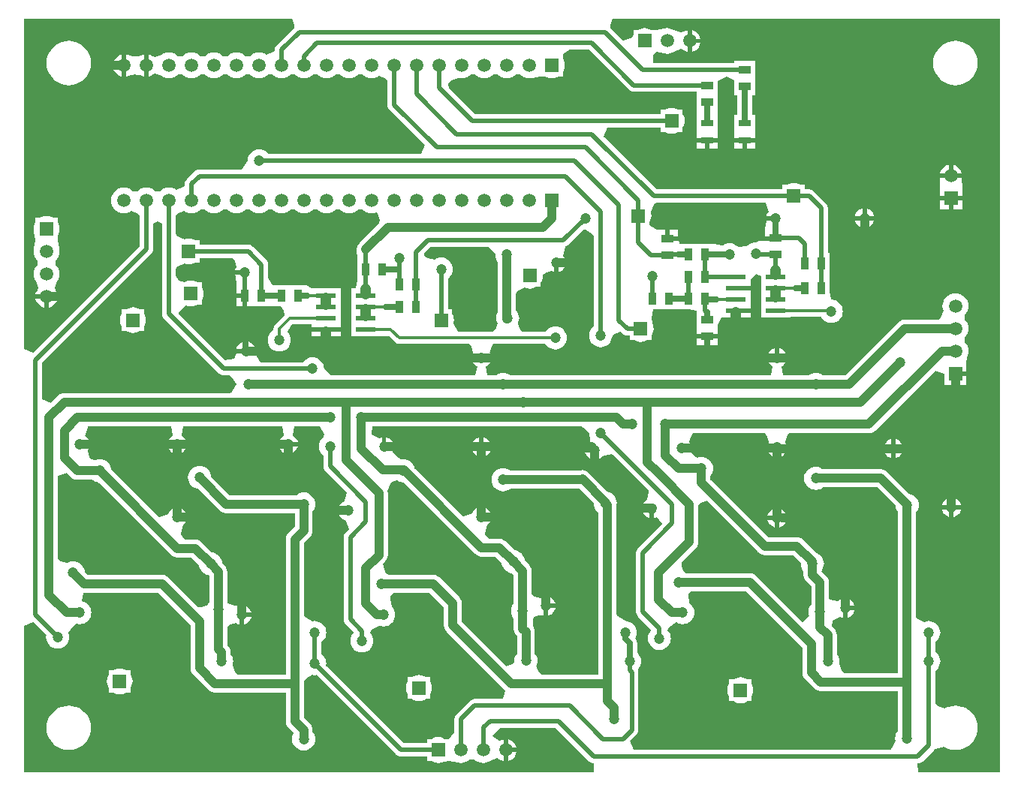
<source format=gtl>
G04 Layer_Physical_Order=1*
G04 Layer_Color=255*
%FSAX44Y44*%
%MOMM*%
G71*
G01*
G75*
%ADD10R,1.4000X0.8000*%
%ADD11R,2.3000X0.6000*%
%ADD12R,0.9652X1.4224*%
%ADD13R,1.4224X0.9652*%
%ADD14C,0.5000*%
%ADD15C,1.0000*%
%ADD16C,1.1500*%
%ADD17C,0.7000*%
%ADD18C,0.3000*%
%ADD19R,1.5000X1.5000*%
%ADD20C,1.5000*%
%ADD21R,1.5000X1.5000*%
%ADD22C,1.2000*%
G36*
X00927868Y00322868D02*
X00929957Y00321265D01*
X00932390Y00320257D01*
X00935000Y00319914D01*
X00966972D01*
X00975704Y00311182D01*
X00975587Y00310000D01*
X00975838Y00307452D01*
X00976581Y00305001D01*
X00977789Y00302743D01*
X00978564Y00301798D01*
Y00297500D01*
X00978907Y00294890D01*
X00979915Y00292457D01*
X00981518Y00290368D01*
X00987360Y00284526D01*
Y00264406D01*
X00986585Y00263461D01*
X00985378Y00261203D01*
X00984634Y00258752D01*
X00984383Y00256204D01*
X00984634Y00253655D01*
X00985378Y00251205D01*
X00977623Y00244499D01*
X00977360Y00244404D01*
X00925327Y00296438D01*
X00923238Y00298041D01*
X00920805Y00299048D01*
X00918194Y00299392D01*
X00846250D01*
X00845305Y00300167D01*
X00844177Y00300770D01*
X00841677Y00307166D01*
X00841150Y00309391D01*
X00841355Y00312091D01*
X00857132Y00327868D01*
X00858735Y00329957D01*
X00859743Y00332389D01*
X00860086Y00335000D01*
Y00376507D01*
X00862843Y00378767D01*
X00869708Y00381028D01*
X00927868Y00322868D01*
D02*
G37*
G36*
X00152868Y00407868D02*
X00154957Y00406265D01*
X00157389Y00405257D01*
X00160000Y00404914D01*
X00176798D01*
X00177743Y00404139D01*
X00180001Y00402932D01*
X00182452Y00402188D01*
X00183668Y00402068D01*
X00265368Y00320368D01*
X00267457Y00318765D01*
X00269890Y00317757D01*
X00272500Y00317414D01*
X00288322D01*
X00297068Y00308668D01*
X00297188Y00307452D01*
X00297931Y00305001D01*
X00299139Y00302743D01*
X00300763Y00300763D01*
X00302743Y00299139D01*
X00305001Y00297931D01*
X00307452Y00297188D01*
X00308668Y00297068D01*
X00308710Y00297026D01*
Y00266906D01*
X00307935Y00265961D01*
X00306728Y00263703D01*
X00299658Y00261010D01*
X00295898Y00260866D01*
X00262132Y00294632D01*
X00260043Y00296235D01*
X00257610Y00297243D01*
X00255000Y00297586D01*
X00171678D01*
X00167932Y00301332D01*
X00167812Y00302548D01*
X00167069Y00304999D01*
X00165861Y00307257D01*
X00164237Y00309237D01*
X00162257Y00310861D01*
X00159999Y00312069D01*
X00157548Y00312812D01*
X00155000Y00313063D01*
X00152452Y00312812D01*
X00150001Y00312069D01*
X00147743Y00310861D01*
X00147586Y00310733D01*
X00141081Y00312558D01*
X00137586Y00315037D01*
Y00409007D01*
X00147586Y00413150D01*
X00152868Y00407868D01*
D02*
G37*
G36*
X00522501Y00402932D02*
X00524952Y00402188D01*
X00527500Y00401937D01*
X00527587Y00401946D01*
X00608470Y00321062D01*
X00610559Y00319459D01*
X00612991Y00318452D01*
X00615602Y00318108D01*
X00631424D01*
X00638365Y00311168D01*
X00638484Y00309952D01*
X00639228Y00307501D01*
X00640435Y00305243D01*
X00642059Y00303263D01*
X00644039Y00301639D01*
X00646297Y00300431D01*
X00648748Y00299688D01*
X00649964Y00299568D01*
X00651812Y00297720D01*
Y00265100D01*
X00651037Y00264156D01*
X00649830Y00261897D01*
X00649086Y00259447D01*
X00648835Y00256898D01*
X00649086Y00254350D01*
X00649830Y00251899D01*
X00651037Y00249641D01*
X00651812Y00248696D01*
Y00236898D01*
X00652156Y00234288D01*
X00653163Y00231855D01*
X00654766Y00229766D01*
X00655516Y00229016D01*
Y00208896D01*
X00654741Y00207952D01*
X00653533Y00205693D01*
X00652790Y00203243D01*
X00652539Y00200694D01*
X00652652Y00199551D01*
X00649708Y00197003D01*
X00643396Y00194664D01*
X00607757Y00230303D01*
X00593258Y00244803D01*
X00593258Y00265625D01*
X00592914Y00268235D01*
X00591906Y00270668D01*
X00590303Y00272757D01*
X00568429Y00294632D01*
X00566340Y00296235D01*
X00563907Y00297243D01*
X00561297Y00297586D01*
X00510702Y00297586D01*
X00509757Y00298361D01*
X00507499Y00299569D01*
X00504806Y00306639D01*
X00504662Y00310398D01*
X00507132Y00312868D01*
X00508735Y00314957D01*
X00509743Y00317390D01*
X00510086Y00320000D01*
Y00390000D01*
X00509743Y00392611D01*
X00513882Y00401880D01*
X00514499Y00402698D01*
X00520243Y00404139D01*
X00522501Y00402932D01*
D02*
G37*
G36*
X00167500Y00277414D02*
X00250822D01*
X00287414Y00240822D01*
Y00192500D01*
X00287757Y00189890D01*
X00288765Y00187457D01*
X00290368Y00185368D01*
X00307868Y00167868D01*
X00309957Y00166265D01*
X00312390Y00165257D01*
X00315000Y00164914D01*
X00394914D01*
Y00132500D01*
X00395257Y00129889D01*
X00396265Y00127457D01*
X00397868Y00125368D01*
X00403909Y00119327D01*
X00402932Y00117499D01*
X00402188Y00115048D01*
X00401937Y00112500D01*
X00402188Y00109952D01*
X00402932Y00107501D01*
X00404139Y00105243D01*
X00405763Y00103263D01*
X00407743Y00101639D01*
X00410001Y00100431D01*
X00412452Y00099688D01*
X00415000Y00099437D01*
X00417548Y00099688D01*
X00419999Y00100431D01*
X00422257Y00101639D01*
X00424237Y00103263D01*
X00425861Y00105243D01*
X00427068Y00107501D01*
X00427812Y00109952D01*
X00428063Y00112500D01*
X00427812Y00115048D01*
X00427068Y00117499D01*
X00425861Y00119757D01*
X00425086Y00120702D01*
Y00122500D01*
X00424743Y00125111D01*
X00423735Y00127543D01*
X00422132Y00129632D01*
X00415086Y00136678D01*
Y00175000D01*
Y00178358D01*
X00417862Y00181007D01*
X00424945Y00184685D01*
X00425086Y00184675D01*
X00427500Y00184437D01*
X00429653Y00184649D01*
X00519651Y00094651D01*
X00521218Y00093449D01*
X00523042Y00092693D01*
X00525000Y00092435D01*
X00554200D01*
Y00087500D01*
X00559326D01*
X00561124Y00086539D01*
X00563857Y00085710D01*
X00566700Y00085430D01*
X00569543Y00085710D01*
X00569897Y00085817D01*
X00579200Y00087500D01*
X00588548Y00085925D01*
X00589258Y00085710D01*
X00592100Y00085430D01*
X00594943Y00085710D01*
X00597676Y00086539D01*
X00600195Y00087885D01*
X00602534Y00089697D01*
X00607066D01*
X00609405Y00087885D01*
X00611924Y00086539D01*
X00614658Y00085710D01*
X00617500Y00085430D01*
X00620342Y00085710D01*
X00623076Y00086539D01*
X00625595Y00087885D01*
X00632890Y00090685D01*
X00635922Y00089556D01*
X00638093Y00088396D01*
X00640400Y00087696D01*
Y00100000D01*
Y00112304D01*
X00638093Y00111604D01*
X00635980Y00110475D01*
X00635636Y00110631D01*
X00627667Y00115848D01*
X00636163Y00124935D01*
X00699367D01*
X00737151Y00087151D01*
X00737151Y00087151D01*
X00738718Y00085949D01*
X00740542Y00085193D01*
X00742500Y00084935D01*
X00742500Y00084935D01*
X00742344Y00075000D01*
X00100000D01*
Y00240273D01*
X00110000Y00244302D01*
X00124649Y00229653D01*
X00124437Y00227500D01*
X00124688Y00224952D01*
X00125431Y00222501D01*
X00126639Y00220243D01*
X00128263Y00218263D01*
X00130243Y00216639D01*
X00132501Y00215431D01*
X00134952Y00214688D01*
X00137500Y00214437D01*
X00140048Y00214688D01*
X00142499Y00215431D01*
X00144757Y00216639D01*
X00146737Y00218263D01*
X00148361Y00220243D01*
X00149569Y00222501D01*
X00150312Y00224952D01*
X00150563Y00227500D01*
X00150312Y00230048D01*
X00149569Y00232499D01*
X00155242Y00240312D01*
X00156117Y00241018D01*
X00159245Y00242403D01*
X00159952Y00242188D01*
X00162500Y00241937D01*
X00165048Y00242188D01*
X00167499Y00242931D01*
X00169757Y00244139D01*
X00171737Y00245763D01*
X00173361Y00247743D01*
X00174569Y00250001D01*
X00175312Y00252452D01*
X00175563Y00255000D01*
X00175312Y00257548D01*
X00174569Y00259999D01*
X00173361Y00262257D01*
X00171737Y00264237D01*
X00169757Y00265861D01*
X00167499Y00267069D01*
X00165049Y00267812D01*
X00166417Y00277556D01*
X00167500Y00277414D01*
D02*
G37*
G36*
X00255435Y00693706D02*
Y00592000D01*
X00255693Y00590042D01*
X00256449Y00588218D01*
X00257651Y00586651D01*
X00319651Y00524651D01*
X00321218Y00523449D01*
X00323042Y00522693D01*
X00325000Y00522435D01*
X00331731D01*
X00333507Y00521427D01*
X00334341Y00520568D01*
X00339437Y00512500D01*
X00334336Y00504457D01*
X00333481Y00503580D01*
X00331720Y00502586D01*
X00145000D01*
X00142389Y00502243D01*
X00139957Y00501235D01*
X00137868Y00499632D01*
X00130065Y00491829D01*
X00120065Y00495971D01*
Y00536867D01*
X00242949Y00659751D01*
X00242949Y00659751D01*
X00244151Y00661318D01*
X00244907Y00663142D01*
X00245165Y00665100D01*
Y00693706D01*
X00250300Y00696259D01*
X00255435Y00693706D01*
D02*
G37*
G36*
X00438251Y00455516D02*
X00437743Y00453361D01*
X00435763Y00451737D01*
X00434139Y00449757D01*
X00432932Y00447499D01*
X00432188Y00445048D01*
X00431937Y00442500D01*
X00432188Y00439952D01*
X00432932Y00437501D01*
X00434139Y00435243D01*
X00435763Y00433263D01*
X00437435Y00431891D01*
Y00420000D01*
X00437693Y00418042D01*
X00438449Y00416218D01*
X00439651Y00414651D01*
X00463339Y00390963D01*
X00462765Y00386106D01*
X00460229Y00379930D01*
X00459453Y00379608D01*
X00457155Y00377845D01*
X00455392Y00375547D01*
X00454283Y00372872D01*
X00454234Y00372500D01*
X00465000D01*
Y00367500D01*
X00454234D01*
X00454283Y00367128D01*
X00455392Y00364453D01*
X00457155Y00362155D01*
X00459453Y00360392D01*
X00462128Y00359283D01*
X00465663Y00351687D01*
X00465901Y00349099D01*
X00462151Y00345349D01*
X00460949Y00343782D01*
X00460193Y00341958D01*
X00459935Y00340000D01*
Y00247500D01*
X00460193Y00245542D01*
X00460949Y00243718D01*
X00462151Y00242151D01*
X00471389Y00232913D01*
X00471365Y00232431D01*
X00469741Y00230452D01*
X00468534Y00228193D01*
X00467790Y00225743D01*
X00467539Y00223194D01*
X00467790Y00220646D01*
X00468534Y00218195D01*
X00469741Y00215937D01*
X00471365Y00213958D01*
X00473345Y00212333D01*
X00475603Y00211126D01*
X00478054Y00210382D01*
X00480602Y00210131D01*
X00483150Y00210382D01*
X00485601Y00211126D01*
X00487859Y00212333D01*
X00489839Y00213958D01*
X00491463Y00215937D01*
X00492671Y00218195D01*
X00493414Y00220646D01*
X00493665Y00223194D01*
X00493414Y00225743D01*
X00492671Y00228193D01*
X00491463Y00230452D01*
X00489839Y00232431D01*
X00490772Y00234423D01*
X00491965Y00235658D01*
X00500001Y00240431D01*
X00502452Y00239688D01*
X00505000Y00239437D01*
X00507548Y00239688D01*
X00509999Y00240431D01*
X00512257Y00241639D01*
X00514237Y00243263D01*
X00515861Y00245243D01*
X00517068Y00247501D01*
X00517812Y00249951D01*
X00518063Y00252500D01*
X00517812Y00255048D01*
X00517068Y00257499D01*
X00515861Y00259757D01*
X00514237Y00261737D01*
X00512467Y00270772D01*
X00512515Y00272481D01*
X00513013Y00274047D01*
X00516532Y00277414D01*
X00557119Y00277414D01*
X00573085Y00261447D01*
X00573085Y00240625D01*
X00573429Y00238015D01*
X00574436Y00235582D01*
X00576039Y00233493D01*
X00593493Y00216039D01*
X00641664Y00167868D01*
X00642059Y00167565D01*
X00641028Y00160834D01*
X00639388Y00157565D01*
X00607500D01*
X00605542Y00157307D01*
X00603718Y00156551D01*
X00602151Y00155349D01*
X00602151Y00155349D01*
X00587151Y00140349D01*
X00585949Y00138782D01*
X00585193Y00136958D01*
X00584935Y00135000D01*
Y00120124D01*
X00579200Y00112500D01*
X00574074D01*
X00572276Y00113461D01*
X00569543Y00114290D01*
X00566700Y00114570D01*
X00563857Y00114290D01*
X00561124Y00113461D01*
X00559326Y00112500D01*
X00554200D01*
Y00107565D01*
X00528134D01*
X00440351Y00195347D01*
X00440563Y00197500D01*
X00440312Y00200049D01*
X00439568Y00202499D01*
X00438361Y00204757D01*
X00436737Y00206737D01*
X00435065Y00208109D01*
Y00221891D01*
X00436737Y00223263D01*
X00438361Y00225243D01*
X00439568Y00227501D01*
X00440312Y00229952D01*
X00440563Y00232500D01*
X00440312Y00235049D01*
X00439568Y00237499D01*
X00438361Y00239757D01*
X00436737Y00241737D01*
X00434757Y00243361D01*
X00432499Y00244569D01*
X00430048Y00245312D01*
X00427500Y00245563D01*
X00425086Y00245325D01*
X00424945Y00245315D01*
X00417862Y00248993D01*
X00415086Y00251642D01*
Y00333322D01*
X00422132Y00340368D01*
X00423735Y00342457D01*
X00424743Y00344889D01*
X00425086Y00347500D01*
Y00369298D01*
X00425861Y00370243D01*
X00427068Y00372501D01*
X00427812Y00374952D01*
X00428063Y00377500D01*
X00427812Y00380048D01*
X00427068Y00382499D01*
X00425861Y00384757D01*
X00424237Y00386737D01*
X00422257Y00388361D01*
X00419999Y00389568D01*
X00417548Y00390312D01*
X00415000Y00390563D01*
X00412452Y00390312D01*
X00410001Y00389568D01*
X00407743Y00388361D01*
X00406798Y00387586D01*
X00331678D01*
X00310432Y00408833D01*
X00310312Y00410048D01*
X00309569Y00412499D01*
X00308361Y00414757D01*
X00306737Y00416737D01*
X00304757Y00418361D01*
X00302499Y00419568D01*
X00300048Y00420312D01*
X00297500Y00420563D01*
X00294952Y00420312D01*
X00292501Y00419568D01*
X00290243Y00418361D01*
X00288263Y00416737D01*
X00286639Y00414757D01*
X00285431Y00412499D01*
X00284688Y00410048D01*
X00284437Y00407500D01*
X00284688Y00404952D01*
X00285431Y00402501D01*
X00286639Y00400243D01*
X00288263Y00398263D01*
X00290243Y00396639D01*
X00292501Y00395432D01*
X00294952Y00394688D01*
X00296168Y00394568D01*
X00320368Y00370368D01*
X00322457Y00368765D01*
X00324889Y00367757D01*
X00327500Y00367414D01*
X00404914D01*
Y00351678D01*
X00397868Y00344632D01*
X00396265Y00342543D01*
X00395257Y00340111D01*
X00394914Y00337500D01*
Y00185086D01*
X00340014D01*
X00337350Y00188153D01*
X00334568Y00195001D01*
X00335312Y00197452D01*
X00335563Y00200000D01*
X00335312Y00202548D01*
X00334568Y00204999D01*
X00333361Y00207257D01*
X00332586Y00208202D01*
Y00210000D01*
X00332243Y00212610D01*
X00331235Y00215043D01*
X00329632Y00217132D01*
X00328882Y00217882D01*
Y00239009D01*
X00332623Y00241561D01*
X00338882Y00243329D01*
X00339453Y00242892D01*
X00342128Y00241783D01*
X00342500Y00241734D01*
Y00252500D01*
Y00263266D01*
X00342128Y00263217D01*
X00341232Y00262846D01*
X00340856Y00262783D01*
X00336737Y00263162D01*
X00330206Y00265697D01*
X00329255Y00266452D01*
X00328882Y00266906D01*
Y00301204D01*
X00328539Y00303814D01*
X00327531Y00306247D01*
X00325928Y00308336D01*
X00322932Y00311332D01*
X00322812Y00312548D01*
X00322068Y00314999D01*
X00320861Y00317257D01*
X00319237Y00319237D01*
X00317257Y00320861D01*
X00314999Y00322068D01*
X00312548Y00322812D01*
X00311332Y00322932D01*
X00299632Y00334632D01*
X00297543Y00336235D01*
X00295110Y00337243D01*
X00292500Y00337586D01*
X00280890D01*
X00276477Y00342970D01*
X00276586Y00343761D01*
X00279170Y00353906D01*
X00280145Y00354655D01*
X00281908Y00356953D01*
X00283017Y00359628D01*
X00283066Y00360000D01*
X00272300D01*
Y00362500D01*
X00269800D01*
Y00373266D01*
X00269428Y00373217D01*
X00266753Y00372108D01*
X00264455Y00370345D01*
X00262691Y00368047D01*
X00262008Y00366398D01*
X00257282Y00364208D01*
X00251595Y00362669D01*
X00197932Y00416333D01*
X00197812Y00417548D01*
X00197069Y00419999D01*
X00195861Y00422257D01*
X00194237Y00424237D01*
X00192257Y00425861D01*
X00189999Y00427068D01*
X00187548Y00427812D01*
X00185000Y00428063D01*
X00182452Y00427812D01*
X00180001Y00427068D01*
X00179482Y00426791D01*
X00174092Y00428443D01*
X00172094Y00433090D01*
X00171161Y00438218D01*
X00172108Y00439453D01*
X00173217Y00442128D01*
X00173266Y00442500D01*
X00162500D01*
Y00447500D01*
X00173266D01*
X00173217Y00447872D01*
X00172108Y00450547D01*
X00170345Y00452845D01*
X00168048Y00454608D01*
X00171341Y00463857D01*
X00171811Y00464914D01*
X00265500D01*
X00267489Y00454914D01*
X00266753Y00454608D01*
X00264455Y00452845D01*
X00262691Y00450547D01*
X00261583Y00447872D01*
X00261534Y00447500D01*
X00283066D01*
X00283017Y00447872D01*
X00281908Y00450547D01*
X00280145Y00452845D01*
X00277847Y00454608D01*
X00277111Y00454914D01*
X00279100Y00464914D01*
X00390700D01*
X00392690Y00454914D01*
X00391953Y00454608D01*
X00389655Y00452845D01*
X00387892Y00450547D01*
X00386783Y00447872D01*
X00386734Y00447500D01*
X00408266D01*
X00408217Y00447872D01*
X00407108Y00450547D01*
X00405345Y00452845D01*
X00403047Y00454608D01*
X00402310Y00454914D01*
X00404300Y00464914D01*
X00433028D01*
X00438251Y00455516D01*
D02*
G37*
G36*
X00939046Y00709332D02*
X00939340Y00707435D01*
X00937891Y00705547D01*
X00936783Y00702872D01*
X00936734Y00702500D01*
X00947500D01*
Y00697500D01*
X00936732D01*
X00936745Y00696865D01*
X00935388Y00687522D01*
X00935388Y00680527D01*
X00934068Y00678455D01*
X00932606Y00677190D01*
X00925388Y00673025D01*
X00925000Y00673063D01*
X00922452Y00672812D01*
X00920001Y00672068D01*
X00917743Y00670861D01*
X00915763Y00669237D01*
X00915754Y00669226D01*
X00912979Y00668279D01*
X00906608Y00667913D01*
X00904261Y00668341D01*
X00903852Y00668499D01*
X00902559Y00669559D01*
X00900301Y00670767D01*
X00897850Y00671510D01*
X00895302Y00671761D01*
X00892754Y00671510D01*
X00890303Y00670767D01*
X00888045Y00669559D01*
X00887326Y00668970D01*
X00877326Y00670810D01*
Y00670810D01*
X00838878D01*
X00837112Y00680079D01*
Y00687122D01*
X00827500D01*
Y00677296D01*
X00822500D01*
Y00687122D01*
X00813808D01*
X00811948Y00687730D01*
X00805000Y00692221D01*
Y00695126D01*
X00805961Y00696924D01*
X00806790Y00699658D01*
X00807070Y00702500D01*
X00806790Y00705342D01*
X00806175Y00707370D01*
X00810915Y00716602D01*
X00813991Y00717435D01*
X00935726D01*
X00939046Y00709332D01*
D02*
G37*
G36*
X00625376Y00665627D02*
X00630937Y00659000D01*
X00631188Y00656452D01*
X00631931Y00654001D01*
X00633139Y00651743D01*
X00633914Y00650798D01*
Y00594337D01*
X00632932Y00592499D01*
X00632188Y00590048D01*
X00631937Y00587500D01*
X00632188Y00584952D01*
X00632932Y00582501D01*
X00633437Y00581556D01*
X00631757Y00576430D01*
X00628712Y00571556D01*
X00592109D01*
X00589462Y00571816D01*
X00587821Y00573896D01*
X00584108Y00581556D01*
X00584290Y00582158D01*
X00584570Y00585000D01*
X00584290Y00587842D01*
X00583461Y00590576D01*
X00582500Y00592374D01*
Y00597500D01*
X00577565D01*
Y00631891D01*
X00579237Y00633263D01*
X00580861Y00635243D01*
X00582068Y00637501D01*
X00582812Y00639952D01*
X00583063Y00642500D01*
X00582812Y00645048D01*
X00582068Y00647499D01*
X00580861Y00649757D01*
X00579237Y00651737D01*
X00577257Y00653361D01*
X00574999Y00654568D01*
X00572548Y00655312D01*
X00570000Y00655563D01*
X00567452Y00655312D01*
X00565001Y00654568D01*
X00562743Y00653361D01*
X00555356Y00654646D01*
X00551789Y00656565D01*
X00551036Y00659472D01*
X00551087Y00660389D01*
X00558133Y00667435D01*
X00622800D01*
X00625376Y00665627D01*
D02*
G37*
G36*
X00730698Y00463567D02*
X00736937Y00457500D01*
X00737188Y00454952D01*
X00737932Y00452501D01*
X00737618Y00448596D01*
X00735257Y00446040D01*
X00733494Y00443742D01*
X00732385Y00441066D01*
X00732336Y00440694D01*
X00743102D01*
Y00438194D01*
X00745602D01*
Y00427429D01*
X00745974Y00427477D01*
X00748650Y00428586D01*
X00750947Y00430349D01*
X00751539Y00431120D01*
X00758346Y00433245D01*
X00762197Y00433653D01*
X00763386Y00433416D01*
X00803630Y00393172D01*
X00803897Y00390513D01*
X00802152Y00382971D01*
X00801160Y00381500D01*
X00799655Y00380345D01*
X00797891Y00378047D01*
X00796783Y00375372D01*
X00796734Y00375000D01*
X00807500D01*
Y00372500D01*
X00810000D01*
Y00361734D01*
X00810372Y00361783D01*
X00813047Y00362892D01*
X00813087Y00362878D01*
X00819671Y00355370D01*
X00792151Y00327849D01*
X00790949Y00326282D01*
X00790193Y00324458D01*
X00789935Y00322500D01*
Y00255852D01*
X00790193Y00253894D01*
X00790949Y00252069D01*
X00792151Y00250503D01*
X00806937Y00235717D01*
X00806913Y00235235D01*
X00805289Y00233256D01*
X00804081Y00230997D01*
X00803338Y00228547D01*
X00803087Y00225998D01*
X00803338Y00223450D01*
X00804081Y00220999D01*
X00805289Y00218741D01*
X00806913Y00216761D01*
X00808893Y00215137D01*
X00811151Y00213930D01*
X00813602Y00213186D01*
X00816150Y00212935D01*
X00818698Y00213186D01*
X00821149Y00213930D01*
X00823407Y00215137D01*
X00825387Y00216761D01*
X00827011Y00218741D01*
X00828219Y00220999D01*
X00828962Y00223450D01*
X00829213Y00225998D01*
X00828962Y00228547D01*
X00828219Y00230997D01*
X00827011Y00233256D01*
X00825587Y00234991D01*
X00827296Y00238739D01*
X00835243Y00244139D01*
X00837501Y00242931D01*
X00839952Y00242188D01*
X00842500Y00241937D01*
X00845048Y00242188D01*
X00847499Y00242931D01*
X00849757Y00244139D01*
X00851737Y00245763D01*
X00853361Y00247743D01*
X00854568Y00250001D01*
X00855312Y00252452D01*
X00855563Y00255000D01*
X00855312Y00257548D01*
X00854568Y00259999D01*
X00853361Y00262257D01*
X00851737Y00264237D01*
X00849757Y00265861D01*
X00849029Y00274883D01*
X00849430Y00276933D01*
X00851044Y00279219D01*
X00914016D01*
X00977414Y00215822D01*
Y00187500D01*
X00977757Y00184890D01*
X00978765Y00182457D01*
X00980368Y00180368D01*
X00991062Y00169674D01*
X00993151Y00168071D01*
X00995584Y00167063D01*
X00998194Y00166719D01*
X01084914D01*
Y00121504D01*
X01084139Y00120559D01*
X01082932Y00118301D01*
X01082188Y00115850D01*
X01081937Y00113302D01*
X01082188Y00110753D01*
X01082397Y00110065D01*
X01079250Y00103306D01*
X01077585Y00101046D01*
X01076298Y00100065D01*
X00787383D01*
X00783263Y00110065D01*
X00790349Y00117151D01*
X00791551Y00118718D01*
X00792307Y00120542D01*
X00792565Y00122500D01*
X00792565Y00122500D01*
Y00187500D01*
X00792307Y00189458D01*
X00791756Y00190787D01*
X00793361Y00192743D01*
X00794568Y00195001D01*
X00795312Y00197452D01*
X00795563Y00200000D01*
X00795312Y00202548D01*
X00794568Y00204999D01*
X00793361Y00207257D01*
X00791737Y00209237D01*
X00791073Y00209781D01*
Y00220802D01*
X00790781Y00223021D01*
X00789925Y00225089D01*
X00788955Y00226353D01*
X00789568Y00227501D01*
X00790312Y00229952D01*
X00790563Y00232500D01*
X00790312Y00235048D01*
X00789568Y00237499D01*
X00788361Y00239757D01*
X00786737Y00241737D01*
X00784757Y00243361D01*
X00782499Y00244569D01*
X00780048Y00245312D01*
X00777500Y00245563D01*
X00769457Y00250664D01*
X00768580Y00251519D01*
X00767586Y00253281D01*
Y00367500D01*
X00767586Y00367500D01*
Y00375504D01*
X00767812Y00376248D01*
X00768063Y00378796D01*
X00767812Y00381345D01*
X00767068Y00383795D01*
X00765861Y00386054D01*
X00764237Y00388033D01*
X00762257Y00389658D01*
X00759999Y00390865D01*
X00757703Y00391562D01*
X00736438Y00412826D01*
X00734349Y00414429D01*
X00731916Y00415437D01*
X00729306Y00415781D01*
X00726695Y00415437D01*
X00725848Y00415086D01*
X00648202D01*
X00647257Y00415861D01*
X00644999Y00417069D01*
X00642548Y00417812D01*
X00640000Y00418063D01*
X00637452Y00417812D01*
X00635001Y00417069D01*
X00632743Y00415861D01*
X00630763Y00414237D01*
X00629139Y00412257D01*
X00627932Y00409999D01*
X00627188Y00407548D01*
X00626937Y00405000D01*
X00627188Y00402452D01*
X00627932Y00400001D01*
X00629139Y00397743D01*
X00630763Y00395763D01*
X00632743Y00394139D01*
X00635001Y00392932D01*
X00637452Y00392188D01*
X00640000Y00391937D01*
X00642548Y00392188D01*
X00644999Y00392932D01*
X00647257Y00394139D01*
X00648202Y00394914D01*
X00725822D01*
X00741937Y00378799D01*
X00741937Y00378796D01*
X00742188Y00376248D01*
X00742932Y00373797D01*
X00744139Y00371539D01*
X00745763Y00369560D01*
X00747414Y00368205D01*
Y00367500D01*
X00747414Y00367499D01*
Y00185086D01*
X00682518D01*
X00679290Y00189538D01*
X00677345Y00195086D01*
X00677671Y00195695D01*
X00678414Y00198146D01*
X00678665Y00200694D01*
X00678414Y00203243D01*
X00677671Y00205693D01*
X00676463Y00207952D01*
X00675688Y00208896D01*
Y00233194D01*
X00675345Y00235805D01*
X00674337Y00238237D01*
X00673266Y00239633D01*
X00673507Y00246557D01*
X00674253Y00250137D01*
X00680125Y00252085D01*
X00684204Y00252208D01*
X00685230Y00251783D01*
X00685602Y00251734D01*
Y00262500D01*
Y00273266D01*
X00685230Y00273217D01*
X00682555Y00272108D01*
X00681984Y00271671D01*
X00675725Y00273439D01*
X00671984Y00275991D01*
Y00301898D01*
X00671641Y00304509D01*
X00670633Y00306941D01*
X00669030Y00309030D01*
X00664228Y00313832D01*
X00664108Y00315048D01*
X00663365Y00317499D01*
X00662158Y00319757D01*
X00660533Y00321737D01*
X00658554Y00323361D01*
X00656295Y00324568D01*
X00653845Y00325312D01*
X00652629Y00325432D01*
X00642734Y00335326D01*
X00640645Y00336929D01*
X00638213Y00337937D01*
X00635602Y00338281D01*
X00623992D01*
X00619579Y00343664D01*
X00619688Y00344455D01*
X00622272Y00354601D01*
X00623247Y00355349D01*
X00625010Y00357647D01*
X00626119Y00360323D01*
X00626168Y00360694D01*
X00615402D01*
Y00363194D01*
X00612902D01*
Y00373960D01*
X00612531Y00373911D01*
X00609855Y00372803D01*
X00607557Y00371040D01*
X00605794Y00368742D01*
X00605110Y00367092D01*
X00600384Y00364902D01*
X00594697Y00363363D01*
X00540225Y00417836D01*
X00539568Y00419999D01*
X00538361Y00422257D01*
X00536737Y00424237D01*
X00534757Y00425861D01*
X00532499Y00427068D01*
X00530048Y00427812D01*
X00527500Y00428063D01*
X00524952Y00427812D01*
X00522133Y00429403D01*
X00515210Y00436443D01*
X00516319Y00439119D01*
X00516368Y00439491D01*
X00505602D01*
Y00441991D01*
X00503102D01*
Y00452756D01*
X00502730Y00452707D01*
X00500323Y00451710D01*
X00491689Y00456300D01*
X00492777Y00464914D01*
X00728214D01*
X00730698Y00463567D01*
D02*
G37*
G36*
X00402492Y00923370D02*
X00404202Y00917015D01*
X00404302Y00915000D01*
X00384651Y00895349D01*
X00383449Y00893782D01*
X00382693Y00891958D01*
X00382435Y00890000D01*
Y00889152D01*
X00380457Y00887459D01*
X00372695Y00884515D01*
X00370176Y00885861D01*
X00367443Y00886690D01*
X00364600Y00886970D01*
X00361758Y00886690D01*
X00359024Y00885861D01*
X00356505Y00884515D01*
X00354166Y00882703D01*
X00349635D01*
X00347295Y00884515D01*
X00344776Y00885861D01*
X00342043Y00886690D01*
X00339200Y00886970D01*
X00336357Y00886690D01*
X00333624Y00885861D01*
X00331105Y00884515D01*
X00328766Y00882703D01*
X00324235D01*
X00321895Y00884515D01*
X00319376Y00885861D01*
X00316642Y00886690D01*
X00313800Y00886970D01*
X00310958Y00886690D01*
X00308224Y00885861D01*
X00305705Y00884515D01*
X00303366Y00882703D01*
X00298834D01*
X00296495Y00884515D01*
X00293976Y00885861D01*
X00291243Y00886690D01*
X00288400Y00886970D01*
X00285557Y00886690D01*
X00282824Y00885861D01*
X00280305Y00884515D01*
X00277966Y00882703D01*
X00273435D01*
X00271095Y00884515D01*
X00268576Y00885861D01*
X00265842Y00886690D01*
X00263000Y00886970D01*
X00260158Y00886690D01*
X00257424Y00885861D01*
X00254905Y00884515D01*
X00247610Y00881715D01*
X00244578Y00882844D01*
X00242407Y00884004D01*
X00240100Y00884704D01*
Y00872400D01*
Y00860096D01*
X00242407Y00860796D01*
X00244578Y00861956D01*
X00247610Y00863085D01*
X00254905Y00860285D01*
X00257424Y00858939D01*
X00260158Y00858110D01*
X00263000Y00857830D01*
X00265842Y00858110D01*
X00268576Y00858939D01*
X00271095Y00860285D01*
X00273435Y00862097D01*
X00277966D01*
X00280305Y00860285D01*
X00282824Y00858939D01*
X00285557Y00858110D01*
X00288400Y00857830D01*
X00291243Y00858110D01*
X00293976Y00858939D01*
X00296495Y00860285D01*
X00298834Y00862097D01*
X00303366D01*
X00305705Y00860285D01*
X00308224Y00858939D01*
X00310958Y00858110D01*
X00313800Y00857830D01*
X00316642Y00858110D01*
X00319376Y00858939D01*
X00321895Y00860285D01*
X00324235Y00862097D01*
X00328766D01*
X00331105Y00860285D01*
X00333624Y00858939D01*
X00336357Y00858110D01*
X00339200Y00857830D01*
X00342043Y00858110D01*
X00344776Y00858939D01*
X00347295Y00860285D01*
X00349635Y00862097D01*
X00354166D01*
X00356505Y00860285D01*
X00359024Y00858939D01*
X00361758Y00858110D01*
X00364600Y00857830D01*
X00367443Y00858110D01*
X00370176Y00858939D01*
X00372695Y00860285D01*
X00375034Y00862097D01*
X00379566D01*
X00381905Y00860285D01*
X00384424Y00858939D01*
X00387158Y00858110D01*
X00390000Y00857830D01*
X00392842Y00858110D01*
X00395576Y00858939D01*
X00398095Y00860285D01*
X00400434Y00862097D01*
X00404966D01*
X00407305Y00860285D01*
X00409824Y00858939D01*
X00412557Y00858110D01*
X00415400Y00857830D01*
X00418242Y00858110D01*
X00420976Y00858939D01*
X00423495Y00860285D01*
X00425835Y00862097D01*
X00430366D01*
X00432705Y00860285D01*
X00435224Y00858939D01*
X00437957Y00858110D01*
X00440800Y00857830D01*
X00443643Y00858110D01*
X00446376Y00858939D01*
X00448895Y00860285D01*
X00451235Y00862097D01*
X00455766D01*
X00458105Y00860285D01*
X00460624Y00858939D01*
X00463358Y00858110D01*
X00466200Y00857830D01*
X00469043Y00858110D01*
X00471776Y00858939D01*
X00474295Y00860285D01*
X00476634Y00862097D01*
X00481166D01*
X00483505Y00860285D01*
X00486024Y00858939D01*
X00488758Y00858110D01*
X00491600Y00857830D01*
X00494442Y00858110D01*
X00497176Y00858939D01*
X00499695Y00860285D01*
X00507458Y00857341D01*
X00509435Y00855648D01*
Y00828000D01*
X00509693Y00826042D01*
X00510449Y00824218D01*
X00511651Y00822651D01*
X00551737Y00782565D01*
X00547595Y00772565D01*
X00375609D01*
X00374237Y00774237D01*
X00372257Y00775861D01*
X00369999Y00777068D01*
X00367548Y00777812D01*
X00365000Y00778063D01*
X00362452Y00777812D01*
X00360001Y00777068D01*
X00357743Y00775861D01*
X00355763Y00774237D01*
X00354139Y00772257D01*
X00352932Y00769999D01*
X00352188Y00767548D01*
X00351937Y00765000D01*
X00346841Y00756933D01*
X00346007Y00756072D01*
X00344231Y00755065D01*
X00297500D01*
X00295542Y00754807D01*
X00293718Y00754051D01*
X00292151Y00752849D01*
X00292151Y00752849D01*
X00283051Y00743749D01*
X00281849Y00742182D01*
X00281093Y00740358D01*
X00280835Y00738400D01*
Y00736752D01*
X00278857Y00735059D01*
X00271095Y00732115D01*
X00268576Y00733461D01*
X00265842Y00734290D01*
X00263000Y00734570D01*
X00260158Y00734290D01*
X00257424Y00733461D01*
X00254905Y00732115D01*
X00252566Y00730303D01*
X00248034D01*
X00245695Y00732115D01*
X00243176Y00733461D01*
X00240443Y00734290D01*
X00237600Y00734570D01*
X00234757Y00734290D01*
X00232024Y00733461D01*
X00229505Y00732115D01*
X00227166Y00730303D01*
X00222635D01*
X00220295Y00732115D01*
X00217776Y00733461D01*
X00215042Y00734290D01*
X00212200Y00734570D01*
X00209357Y00734290D01*
X00206624Y00733461D01*
X00204105Y00732115D01*
X00201897Y00730303D01*
X00200085Y00728095D01*
X00198739Y00725576D01*
X00197910Y00722842D01*
X00197630Y00720000D01*
X00197910Y00717158D01*
X00198739Y00714424D01*
X00200085Y00711905D01*
X00201897Y00709697D01*
X00204105Y00707885D01*
X00206624Y00706539D01*
X00209357Y00705710D01*
X00212200Y00705430D01*
X00215042Y00705710D01*
X00217776Y00706539D01*
X00220295Y00707885D01*
X00228057Y00704941D01*
X00230035Y00703248D01*
Y00668233D01*
X00110000Y00548198D01*
X00100000Y00552227D01*
Y00925000D01*
X00401601D01*
X00402492Y00923370D01*
D02*
G37*
G36*
X01200000Y00075000D02*
X01107656D01*
X01107500Y00084935D01*
X01109458Y00085193D01*
X01111282Y00085949D01*
X01112849Y00087151D01*
X01125349Y00099651D01*
X01125349Y00099651D01*
X01125608Y00099988D01*
X01129756Y00102086D01*
X01134122Y00103268D01*
X01137437Y00103378D01*
X01138615Y00102656D01*
X01142251Y00101150D01*
X01146077Y00100231D01*
X01150000Y00099923D01*
X01153923Y00100231D01*
X01157749Y00101150D01*
X01161385Y00102656D01*
X01164740Y00104712D01*
X01167732Y00107268D01*
X01170288Y00110260D01*
X01172344Y00113615D01*
X01173850Y00117251D01*
X01174769Y00121077D01*
X01175077Y00125000D01*
X01174769Y00128923D01*
X01173850Y00132749D01*
X01172344Y00136385D01*
X01170288Y00139740D01*
X01167732Y00142732D01*
X01164740Y00145288D01*
X01161385Y00147344D01*
X01157749Y00148850D01*
X01153923Y00149769D01*
X01150000Y00150077D01*
X01146077Y00149769D01*
X01142251Y00148850D01*
X01138615Y00147344D01*
X01137565Y00146700D01*
X01130568Y00149299D01*
X01127565Y00151867D01*
Y00189391D01*
X01129237Y00190763D01*
X01130861Y00192743D01*
X01132068Y00195001D01*
X01132812Y00197452D01*
X01133063Y00200000D01*
X01132812Y00202548D01*
X01132068Y00204999D01*
X01130861Y00207257D01*
X01129237Y00209237D01*
X01127565Y00210609D01*
Y00221891D01*
X01129237Y00223263D01*
X01130861Y00225243D01*
X01132068Y00227501D01*
X01132812Y00229952D01*
X01133063Y00232500D01*
X01132812Y00235048D01*
X01132068Y00237499D01*
X01130861Y00239757D01*
X01129237Y00241737D01*
X01127257Y00243361D01*
X01124999Y00244569D01*
X01122548Y00245312D01*
X01120000Y00245563D01*
X01117452Y00245312D01*
X01115001Y00244569D01*
X01108152Y00247350D01*
X01105086Y00250014D01*
Y00367561D01*
X01106463Y00369239D01*
X01107671Y00371497D01*
X01108414Y00373948D01*
X01108665Y00376496D01*
X01108414Y00379045D01*
X01107671Y00381495D01*
X01106463Y00383754D01*
X01104839Y00385733D01*
X01102859Y00387358D01*
X01100601Y00388565D01*
X01098150Y00389308D01*
X01097380Y00389384D01*
X01073136Y00413628D01*
X01071047Y00415231D01*
X01068614Y00416239D01*
X01066004Y00416583D01*
X01000702D01*
X00999757Y00417358D01*
X00997499Y00418565D01*
X00995049Y00419308D01*
X00992500Y00419559D01*
X00989952Y00419308D01*
X00987501Y00418565D01*
X00985243Y00417358D01*
X00983263Y00415733D01*
X00981639Y00413754D01*
X00980432Y00411495D01*
X00979688Y00409045D01*
X00979437Y00406496D01*
X00979688Y00403948D01*
X00980432Y00401497D01*
X00981639Y00399239D01*
X00983263Y00397259D01*
X00985243Y00395635D01*
X00987501Y00394428D01*
X00989952Y00393684D01*
X00992500Y00393433D01*
X00995049Y00393684D01*
X00997499Y00394428D01*
X00999757Y00395635D01*
X01000702Y00396410D01*
X01061826D01*
X01082626Y00375609D01*
X01082790Y00373948D01*
X01083533Y00371497D01*
X01084741Y00369239D01*
X01084914Y00369028D01*
Y00186892D01*
X01024891D01*
X01023854Y00187662D01*
X01022029Y00190039D01*
X01018792Y00196892D01*
X01018962Y00197452D01*
X01019213Y00200000D01*
X01018962Y00202548D01*
X01018219Y00204999D01*
X01017011Y00207257D01*
X01016236Y00208202D01*
Y00230000D01*
X01015893Y00232610D01*
X01014885Y00235043D01*
X01013282Y00237132D01*
X01010896Y00239518D01*
X01011238Y00245264D01*
X01011655Y00246198D01*
X01020055Y00250392D01*
X01022730Y00249283D01*
X01023102Y00249234D01*
Y00260000D01*
Y00270766D01*
X01022730Y00270717D01*
X01020055Y00269608D01*
X01017757Y00267845D01*
X01017532Y00267553D01*
X01008993Y00269357D01*
X01007532Y00270152D01*
Y00288704D01*
X01007189Y00291315D01*
X01006181Y00293747D01*
X01004578Y00295836D01*
X00998736Y00301678D01*
Y00301798D01*
X00999511Y00302743D01*
X01000719Y00305001D01*
X01001462Y00307452D01*
X01001713Y00310000D01*
X01001462Y00312548D01*
X01000719Y00314999D01*
X00999511Y00317257D01*
X00997887Y00319237D01*
X00995907Y00320861D01*
X00993649Y00322068D01*
X00993214Y00322201D01*
X00978282Y00337132D01*
X00976193Y00338735D01*
X00973761Y00339743D01*
X00971150Y00340086D01*
X00939178D01*
X00873736Y00405528D01*
Y00409298D01*
X00874511Y00410243D01*
X00875719Y00412501D01*
X00876462Y00414952D01*
X00876713Y00417500D01*
X00876462Y00420048D01*
X00875719Y00422499D01*
X00874511Y00424757D01*
X00872887Y00426737D01*
X00870907Y00428361D01*
X00868649Y00429568D01*
X00866198Y00430312D01*
X00863650Y00430563D01*
X00861102Y00430312D01*
X00858814Y00429618D01*
X00857453Y00430431D01*
X00855150Y00432089D01*
X00852499Y00435510D01*
X00851726Y00437586D01*
X00851867Y00437927D01*
X00851916Y00438298D01*
X00841150D01*
Y00443298D01*
X00851916D01*
X00851867Y00443670D01*
X00850758Y00446346D01*
X00849939Y00447414D01*
X00851088Y00452316D01*
X00853993Y00457414D01*
X00935549D01*
X00938210Y00453308D01*
X00939791Y00447414D01*
X00939241Y00446698D01*
X00938133Y00444022D01*
X00938084Y00443650D01*
X00959616D01*
X00959567Y00444022D01*
X00958458Y00446698D01*
X00957909Y00447414D01*
X00959490Y00453308D01*
X00962151Y00457414D01*
X01052500D01*
X01055110Y00457757D01*
X01057543Y00458765D01*
X01059632Y00460368D01*
X01127500Y00528236D01*
X01137500Y00524094D01*
Y00512100D01*
X01147500D01*
Y00524600D01*
X01150000D01*
Y00527100D01*
X01162500D01*
Y00537100D01*
X01162500D01*
X01164075Y00546448D01*
X01164290Y00547158D01*
X01164570Y00550000D01*
X01164290Y00552842D01*
X01163461Y00555576D01*
X01162115Y00558095D01*
X01160303Y00560434D01*
Y00564966D01*
X01162115Y00567305D01*
X01163461Y00569824D01*
X01164290Y00572557D01*
X01164570Y00575400D01*
X01164290Y00578242D01*
X01163461Y00580976D01*
X01162115Y00583495D01*
X01160303Y00585834D01*
Y00590365D01*
X01162115Y00592705D01*
X01163461Y00595224D01*
X01164290Y00597957D01*
X01164570Y00600800D01*
X01164290Y00603643D01*
X01163461Y00606376D01*
X01162115Y00608895D01*
X01160303Y00611103D01*
X01158095Y00612915D01*
X01155576Y00614261D01*
X01152842Y00615090D01*
X01150000Y00615370D01*
X01147158Y00615090D01*
X01144424Y00614261D01*
X01141905Y00612915D01*
X01139697Y00611103D01*
X01137885Y00608895D01*
X01136539Y00606376D01*
X01135710Y00603643D01*
X01135430Y00600800D01*
X01135710Y00597957D01*
X01136539Y00595224D01*
X01133211Y00587893D01*
X01130873Y00585486D01*
X01092900D01*
X01090290Y00585143D01*
X01087857Y00584135D01*
X01085768Y00582532D01*
X01030368Y00527132D01*
X01025822Y00522586D01*
X01000702D01*
X00999757Y00523361D01*
X00997499Y00524568D01*
X00995049Y00525312D01*
X00992500Y00525563D01*
X00989952Y00525312D01*
X00987501Y00524568D01*
X00985243Y00523361D01*
X00984298Y00522586D01*
X00955649D01*
X00953660Y00532586D01*
X00954397Y00532892D01*
X00956695Y00534655D01*
X00958458Y00536953D01*
X00959567Y00539628D01*
X00959616Y00540000D01*
X00938084D01*
X00938133Y00539628D01*
X00939241Y00536953D01*
X00941005Y00534655D01*
X00943303Y00532892D01*
X00944040Y00532586D01*
X00942050Y00522586D01*
X00648202D01*
X00647257Y00523361D01*
X00644999Y00524568D01*
X00642548Y00525312D01*
X00640000Y00525563D01*
X00637452Y00525312D01*
X00635001Y00524568D01*
X00632743Y00523361D01*
X00631798Y00522586D01*
X00622201D01*
X00620212Y00532586D01*
X00620949Y00532892D01*
X00623247Y00534655D01*
X00625010Y00536953D01*
X00626119Y00539628D01*
X00626168Y00540000D01*
X00604636D01*
X00604685Y00539628D01*
X00605793Y00536953D01*
X00607557Y00534655D01*
X00609855Y00532892D01*
X00610592Y00532586D01*
X00608602Y00522586D01*
X00446786D01*
X00444302Y00523933D01*
X00438063Y00530000D01*
X00437812Y00532548D01*
X00437068Y00534999D01*
X00435861Y00537257D01*
X00434237Y00539237D01*
X00432257Y00540861D01*
X00429999Y00542068D01*
X00427548Y00542812D01*
X00425000Y00543063D01*
X00422452Y00542812D01*
X00420001Y00542068D01*
X00417743Y00540861D01*
X00415763Y00539237D01*
X00414391Y00537565D01*
X00366928D01*
X00364650Y00539708D01*
X00360771Y00547026D01*
X00360774Y00547500D01*
X00339226D01*
X00339229Y00547026D01*
X00336414Y00541716D01*
X00326063Y00539635D01*
X00273618Y00592080D01*
X00274749Y00594789D01*
X00281924Y00601539D01*
X00284657Y00600710D01*
X00287500Y00600430D01*
X00290343Y00600710D01*
X00293076Y00601539D01*
X00294874Y00602500D01*
X00300000D01*
Y00607626D01*
X00300961Y00609424D01*
X00301790Y00612158D01*
X00302070Y00615000D01*
X00301790Y00617842D01*
X00300961Y00620576D01*
X00300000Y00622374D01*
Y00627500D01*
X00294874D01*
X00293076Y00628461D01*
X00290343Y00629290D01*
X00287500Y00629570D01*
X00284657Y00629290D01*
X00281924Y00628461D01*
X00280565Y00627734D01*
X00273903Y00629518D01*
X00270565Y00635663D01*
Y00640802D01*
X00271338Y00644477D01*
X00274684Y00646365D01*
X00280565Y00648693D01*
X00282157Y00648210D01*
X00285000Y00647930D01*
X00287843Y00648210D01*
X00290576Y00649039D01*
X00292374Y00650000D01*
X00297500D01*
Y00654935D01*
X00335011D01*
X00337504Y00651380D01*
X00339373Y00644935D01*
X00338996Y00644443D01*
X00337887Y00641768D01*
X00337838Y00641396D01*
X00348604D01*
Y00636396D01*
X00337838D01*
X00337887Y00636024D01*
X00338482Y00634589D01*
X00338778Y00624712D01*
X00338778Y00620500D01*
Y00615100D01*
X00348604D01*
Y00612600D01*
X00351104D01*
Y00600488D01*
X00377226D01*
Y00600488D01*
X00379778D01*
Y00600488D01*
X00389413D01*
X00392204Y00595801D01*
X00393216Y00590488D01*
X00382864Y00580136D01*
X00381822Y00578778D01*
X00381167Y00577197D01*
X00380944Y00575500D01*
Y00573736D01*
X00380243Y00573361D01*
X00378263Y00571737D01*
X00376639Y00569757D01*
X00375432Y00567499D01*
X00374688Y00565048D01*
X00374437Y00562500D01*
X00374688Y00559952D01*
X00375432Y00557501D01*
X00376639Y00555243D01*
X00378263Y00553263D01*
X00380243Y00551639D01*
X00382501Y00550432D01*
X00384952Y00549688D01*
X00387500Y00549437D01*
X00390048Y00549688D01*
X00392499Y00550432D01*
X00394757Y00551639D01*
X00396737Y00553263D01*
X00398361Y00555243D01*
X00399568Y00557501D01*
X00400312Y00559952D01*
X00400563Y00562500D01*
X00400312Y00565048D01*
X00399568Y00567499D01*
X00398361Y00569757D01*
X00396737Y00571737D01*
X00401794Y00580523D01*
X00401916Y00580644D01*
X00423500D01*
Y00577000D01*
X00440000D01*
Y00574500D01*
D01*
Y00577000D01*
X00456500D01*
Y00579200D01*
Y00591900D01*
Y00604600D01*
Y00620600D01*
X00442603D01*
X00440000Y00620943D01*
X00437396Y00620600D01*
X00423500D01*
X00418226Y00624712D01*
Y00624712D01*
X00379778D01*
X00374965Y00632718D01*
Y00647600D01*
X00374707Y00649558D01*
X00373951Y00651382D01*
X00372749Y00652949D01*
X00372749Y00652949D01*
X00357849Y00667849D01*
X00356282Y00669051D01*
X00354458Y00669807D01*
X00352500Y00670065D01*
X00297500D01*
Y00675000D01*
X00292374D01*
X00290576Y00675961D01*
X00287843Y00676790D01*
X00285000Y00677070D01*
X00282157Y00676790D01*
X00280565Y00676307D01*
X00274684Y00678635D01*
X00271338Y00680523D01*
X00270565Y00684198D01*
Y00703248D01*
X00272542Y00704941D01*
X00280305Y00707885D01*
X00282824Y00706539D01*
X00285557Y00705710D01*
X00288400Y00705430D01*
X00291243Y00705710D01*
X00293976Y00706539D01*
X00296495Y00707885D01*
X00298834Y00709697D01*
X00303366D01*
X00305705Y00707885D01*
X00308224Y00706539D01*
X00310958Y00705710D01*
X00313800Y00705430D01*
X00316642Y00705710D01*
X00319376Y00706539D01*
X00321895Y00707885D01*
X00324235Y00709697D01*
X00328766D01*
X00331105Y00707885D01*
X00333624Y00706539D01*
X00336357Y00705710D01*
X00339200Y00705430D01*
X00342043Y00705710D01*
X00344776Y00706539D01*
X00347295Y00707885D01*
X00349635Y00709697D01*
X00354166D01*
X00356505Y00707885D01*
X00359024Y00706539D01*
X00361758Y00705710D01*
X00364600Y00705430D01*
X00367443Y00705710D01*
X00370176Y00706539D01*
X00372695Y00707885D01*
X00375034Y00709697D01*
X00379566D01*
X00381905Y00707885D01*
X00384424Y00706539D01*
X00387158Y00705710D01*
X00390000Y00705430D01*
X00392842Y00705710D01*
X00395576Y00706539D01*
X00398095Y00707885D01*
X00400434Y00709697D01*
X00404966D01*
X00407305Y00707885D01*
X00409824Y00706539D01*
X00412557Y00705710D01*
X00415400Y00705430D01*
X00418242Y00705710D01*
X00420976Y00706539D01*
X00423495Y00707885D01*
X00425835Y00709697D01*
X00430366D01*
X00432705Y00707885D01*
X00435224Y00706539D01*
X00437957Y00705710D01*
X00440800Y00705430D01*
X00443643Y00705710D01*
X00446376Y00706539D01*
X00448895Y00707885D01*
X00451235Y00709697D01*
X00455766D01*
X00458105Y00707885D01*
X00460624Y00706539D01*
X00463358Y00705710D01*
X00466200Y00705430D01*
X00469043Y00705710D01*
X00471776Y00706539D01*
X00474295Y00707885D01*
X00476634Y00709697D01*
X00481166D01*
X00483505Y00707885D01*
X00486024Y00706539D01*
X00488758Y00705710D01*
X00491600Y00705430D01*
X00494442Y00705710D01*
X00496899Y00706455D01*
X00497182Y00706536D01*
X00498117Y00706091D01*
X00499543Y00703403D01*
X00500578Y00697487D01*
X00500149Y00694413D01*
X00477868Y00672132D01*
X00476265Y00670043D01*
X00475257Y00667610D01*
X00474914Y00665000D01*
X00475038Y00664056D01*
X00475174Y00654112D01*
X00475174D01*
Y00629888D01*
X00475174D01*
X00473455Y00620600D01*
X00468500D01*
Y00604600D01*
Y00591900D01*
Y00579200D01*
Y00566500D01*
X00501500D01*
Y00566500D01*
X00511500Y00566728D01*
X00517864Y00560364D01*
X00519222Y00559322D01*
X00520803Y00558667D01*
X00522500Y00558444D01*
X00601684D01*
X00604105Y00555106D01*
X00606098Y00548444D01*
X00605793Y00548047D01*
X00604685Y00545372D01*
X00604636Y00545000D01*
X00626168D01*
X00626119Y00545372D01*
X00625010Y00548047D01*
X00624706Y00548444D01*
X00626699Y00555106D01*
X00629120Y00558444D01*
X00687468D01*
X00687843Y00557743D01*
X00689467Y00555763D01*
X00691447Y00554139D01*
X00693705Y00552932D01*
X00696156Y00552188D01*
X00698704Y00551937D01*
X00701252Y00552188D01*
X00703703Y00552932D01*
X00705961Y00554139D01*
X00707941Y00555763D01*
X00709565Y00557743D01*
X00710772Y00560001D01*
X00711516Y00562452D01*
X00711767Y00565000D01*
X00711516Y00567548D01*
X00710772Y00569999D01*
X00709565Y00572257D01*
X00707941Y00574237D01*
X00705961Y00575861D01*
X00703703Y00577068D01*
X00701252Y00577812D01*
X00698704Y00578063D01*
X00696156Y00577812D01*
X00693705Y00577068D01*
X00691447Y00575861D01*
X00689467Y00574237D01*
X00687843Y00572257D01*
X00687468Y00571556D01*
X00661288D01*
X00658243Y00576430D01*
X00656563Y00581556D01*
X00657068Y00582501D01*
X00657812Y00584952D01*
X00658063Y00587500D01*
X00657812Y00590048D01*
X00657068Y00592499D01*
X00655861Y00594757D01*
X00654237Y00596737D01*
X00654086Y00596861D01*
Y00613914D01*
X00655540Y00617570D01*
X00664424Y00621539D01*
X00667158Y00620710D01*
X00670000Y00620430D01*
X00672842Y00620710D01*
X00675576Y00621539D01*
X00677374Y00622500D01*
X00682500D01*
Y00627626D01*
X00683461Y00629424D01*
X00684290Y00632158D01*
X00684570Y00635000D01*
X00684480Y00635918D01*
X00688497Y00639182D01*
X00693820Y00640877D01*
X00694453Y00640391D01*
X00697128Y00639283D01*
X00697500Y00639234D01*
Y00650000D01*
X00700000D01*
Y00652500D01*
X00710766D01*
X00710717Y00652872D01*
X00709609Y00655547D01*
X00707910Y00657761D01*
X00708383Y00661131D01*
X00708882Y00664174D01*
X00709963Y00667553D01*
X00710215Y00668007D01*
X00711282Y00668449D01*
X00712849Y00669651D01*
X00730347Y00687149D01*
X00732500Y00686937D01*
X00740567Y00681841D01*
X00741428Y00681007D01*
X00742435Y00679231D01*
Y00578109D01*
X00740763Y00576737D01*
X00739139Y00574757D01*
X00737932Y00572499D01*
X00737188Y00570048D01*
X00736937Y00567500D01*
X00737188Y00564952D01*
X00737932Y00562501D01*
X00739139Y00560243D01*
X00740763Y00558263D01*
X00742743Y00556639D01*
X00745001Y00555432D01*
X00747452Y00554688D01*
X00750000Y00554437D01*
X00752548Y00554688D01*
X00754999Y00555432D01*
X00757257Y00556639D01*
X00759237Y00558263D01*
X00760861Y00560243D01*
X00762068Y00562501D01*
X00762812Y00564952D01*
X00763027Y00567133D01*
X00764271Y00568113D01*
X00771735Y00571898D01*
X00772289Y00572013D01*
X00774651Y00569651D01*
X00774651Y00569651D01*
X00776218Y00568449D01*
X00778042Y00567693D01*
X00780000Y00567435D01*
X00782500D01*
Y00562500D01*
X00787626D01*
X00789424Y00561539D01*
X00792158Y00560710D01*
X00795000Y00560430D01*
X00797842Y00560710D01*
X00800576Y00561539D01*
X00802374Y00562500D01*
X00807500D01*
Y00567626D01*
X00808461Y00569424D01*
X00809290Y00572158D01*
X00809570Y00575000D01*
X00809290Y00577842D01*
X00809183Y00578197D01*
X00807500Y00587500D01*
X00807500D01*
X00808731Y00596990D01*
X00836724D01*
Y00596990D01*
X00838878D01*
Y00596990D01*
X00848620D01*
X00857888Y00595224D01*
Y00575572D01*
Y00569102D01*
X00882112D01*
Y00575572D01*
Y00579411D01*
X00886000Y00587800D01*
X00888331Y00587800D01*
X00900000D01*
Y00595800D01*
X00902500D01*
Y00598300D01*
X00919000D01*
Y00600500D01*
Y00613200D01*
Y00618700D01*
X00902500D01*
Y00623700D01*
X00919000D01*
Y00625900D01*
Y00630861D01*
X00925271Y00637212D01*
X00931000Y00634605D01*
Y00625900D01*
Y00613200D01*
Y00600500D01*
Y00587800D01*
X00964000D01*
Y00589244D01*
X00998336D01*
X00999139Y00587743D01*
X01000763Y00585763D01*
X01002743Y00584139D01*
X01005001Y00582932D01*
X01007452Y00582188D01*
X01010000Y00581937D01*
X01012548Y00582188D01*
X01014999Y00582932D01*
X01017257Y00584139D01*
X01019237Y00585763D01*
X01020861Y00587743D01*
X01022068Y00590001D01*
X01022812Y00592452D01*
X01023063Y00595000D01*
X01022812Y00597548D01*
X01022068Y00599999D01*
X01020861Y00602257D01*
X01019237Y00604237D01*
X01017257Y00605861D01*
X01014999Y00607068D01*
X01009909Y00608631D01*
X01008422Y00617956D01*
Y00633312D01*
X01008422D01*
Y00636588D01*
X01008422D01*
Y00660812D01*
X01006161D01*
Y00711404D01*
X01005903Y00713362D01*
X01005147Y00715186D01*
X01003945Y00716753D01*
X00990349Y00730349D01*
X00988782Y00731551D01*
X00986958Y00732307D01*
X00985000Y00732565D01*
X00980000D01*
Y00737500D01*
X00974874D01*
X00973076Y00738461D01*
X00970342Y00739290D01*
X00967500Y00739570D01*
X00964658Y00739290D01*
X00961924Y00738461D01*
X00960126Y00737500D01*
X00955000D01*
Y00732565D01*
X00813133D01*
X00753263Y00792435D01*
X00757405Y00802435D01*
X00817500D01*
Y00797500D01*
X00822626D01*
X00824424Y00796539D01*
X00827158Y00795710D01*
X00830000Y00795430D01*
X00832842Y00795710D01*
X00835576Y00796539D01*
X00837374Y00797500D01*
X00842500D01*
Y00802626D01*
X00843461Y00804424D01*
X00844290Y00807158D01*
X00844570Y00810000D01*
X00844290Y00812842D01*
X00843461Y00815576D01*
X00842500Y00817374D01*
Y00822500D01*
X00837374D01*
X00835576Y00823461D01*
X00832842Y00824290D01*
X00830000Y00824570D01*
X00827158Y00824290D01*
X00824424Y00823461D01*
X00822626Y00822500D01*
X00817500D01*
Y00817565D01*
X00608133D01*
X00578685Y00847013D01*
X00578216Y00850621D01*
X00578866Y00853325D01*
X00581742Y00855168D01*
X00589433Y00858390D01*
X00590358Y00858110D01*
X00593200Y00857830D01*
X00596043Y00858110D01*
X00598776Y00858939D01*
X00601295Y00860285D01*
X00603634Y00862097D01*
X00608166D01*
X00610505Y00860285D01*
X00613024Y00858939D01*
X00615757Y00858110D01*
X00618600Y00857830D01*
X00621442Y00858110D01*
X00624176Y00858939D01*
X00626695Y00860285D01*
X00629035Y00862097D01*
X00633566D01*
X00635905Y00860285D01*
X00638424Y00858939D01*
X00641158Y00858110D01*
X00644000Y00857830D01*
X00646842Y00858110D01*
X00649576Y00858939D01*
X00652095Y00860285D01*
X00654435Y00862097D01*
X00658966D01*
X00661305Y00860285D01*
X00663824Y00858939D01*
X00666557Y00858110D01*
X00669400Y00857830D01*
X00672243Y00858110D01*
X00672952Y00858325D01*
X00682300Y00859900D01*
X00682300Y00859900D01*
X00687426D01*
X00689224Y00858939D01*
X00691957Y00858110D01*
X00694800Y00857830D01*
X00697643Y00858110D01*
X00700376Y00858939D01*
X00702174Y00859900D01*
X00707300D01*
Y00865026D01*
X00708261Y00866824D01*
X00709090Y00869557D01*
X00709370Y00872400D01*
X00709090Y00875242D01*
X00708261Y00877976D01*
X00707300Y00879774D01*
Y00884900D01*
X00715214Y00889935D01*
X00736867D01*
X00782151Y00844651D01*
X00783718Y00843449D01*
X00785542Y00842693D01*
X00787500Y00842435D01*
X00857888D01*
Y00826454D01*
X00857888Y00821378D01*
X00857888D01*
X00858000Y00816500D01*
X00858000D01*
Y00806500D01*
X00858000Y00798500D01*
X00858000Y00790000D01*
X00870000D01*
X00882000D01*
X00882000Y00796500D01*
X00882000Y00806500D01*
Y00816500D01*
X00882000D01*
X00882112Y00821378D01*
X00882112D01*
X00882112Y00826454D01*
Y00840174D01*
Y00854444D01*
X00892112Y00859530D01*
X00892302Y00859488D01*
X00900388Y00855864D01*
Y00838878D01*
X00903927D01*
Y00816500D01*
X00900500D01*
Y00806500D01*
X00900500Y00798500D01*
X00900500Y00790000D01*
X00912500D01*
X00924500D01*
X00924500Y00796500D01*
X00924500Y00806500D01*
Y00816500D01*
X00921073D01*
Y00838878D01*
X00924612D01*
Y00857674D01*
Y00877326D01*
X00900388D01*
Y00875065D01*
X00810204D01*
X00808784Y00876167D01*
X00809199Y00883908D01*
X00809401Y00884350D01*
X00813185Y00887317D01*
X00821448Y00885925D01*
X00822158Y00885710D01*
X00825000Y00885430D01*
X00827842Y00885710D01*
X00830576Y00886539D01*
X00833095Y00887885D01*
X00840390Y00890685D01*
X00843422Y00889556D01*
X00845593Y00888396D01*
X00847900Y00887696D01*
Y00900000D01*
Y00912304D01*
X00845593Y00911604D01*
X00843422Y00910444D01*
X00840390Y00909315D01*
X00833095Y00912115D01*
X00830576Y00913461D01*
X00827842Y00914290D01*
X00825000Y00914570D01*
X00822158Y00914290D01*
X00821448Y00914075D01*
X00812100Y00912500D01*
X00812100Y00912500D01*
X00806974D01*
X00805176Y00913461D01*
X00802442Y00914290D01*
X00799600Y00914570D01*
X00796758Y00914290D01*
X00794024Y00913461D01*
X00792226Y00912500D01*
X00787100D01*
Y00907374D01*
X00786139Y00905576D01*
X00785703Y00904138D01*
X00781403Y00901920D01*
X00775235Y00900463D01*
X00760698Y00915000D01*
X00760798Y00917015D01*
X00762508Y00923370D01*
X00763399Y00925000D01*
X01200000D01*
Y00075000D01*
D02*
G37*
%LPC*%
G36*
X00655204Y00097500D02*
X00645400D01*
Y00087696D01*
X00647707Y00088396D01*
X00649878Y00089556D01*
X00651782Y00091118D01*
X00653344Y00093022D01*
X00654504Y00095193D01*
X00655204Y00097500D01*
D02*
G37*
G36*
X00150000Y00150077D02*
X00146077Y00149769D01*
X00142251Y00148850D01*
X00138615Y00147344D01*
X00135260Y00145288D01*
X00132268Y00142732D01*
X00129712Y00139740D01*
X00127656Y00136385D01*
X00126150Y00132749D01*
X00125231Y00128923D01*
X00124923Y00125000D01*
X00125231Y00121077D01*
X00126150Y00117251D01*
X00127656Y00113615D01*
X00129712Y00110260D01*
X00132268Y00107268D01*
X00135260Y00104712D01*
X00138615Y00102656D01*
X00142251Y00101150D01*
X00146077Y00100231D01*
X00150000Y00099923D01*
X00153923Y00100231D01*
X00157749Y00101150D01*
X00161385Y00102656D01*
X00164740Y00104712D01*
X00167732Y00107268D01*
X00170288Y00110260D01*
X00172344Y00113615D01*
X00173850Y00117251D01*
X00174769Y00121077D01*
X00175077Y00125000D01*
X00174769Y00128923D01*
X00173850Y00132749D01*
X00172344Y00136385D01*
X00170288Y00139740D01*
X00167732Y00142732D01*
X00164740Y00145288D01*
X00161385Y00147344D01*
X00157749Y00148850D01*
X00153923Y00149769D01*
X00150000Y00150077D01*
D02*
G37*
G36*
X00645400Y00112304D02*
Y00102500D01*
X00655204D01*
X00654504Y00104807D01*
X00653344Y00106978D01*
X00651782Y00108882D01*
X00649878Y00110444D01*
X00647707Y00111604D01*
X00645400Y00112304D01*
D02*
G37*
G36*
X00207500Y00192070D02*
X00204657Y00191790D01*
X00201924Y00190961D01*
X00200126Y00190000D01*
X00195000D01*
Y00184874D01*
X00194039Y00183076D01*
X00193210Y00180343D01*
X00192930Y00177500D01*
X00193210Y00174657D01*
X00194039Y00171924D01*
X00195000Y00170126D01*
Y00165000D01*
X00200126D01*
X00201924Y00164039D01*
X00204657Y00163210D01*
X00207500Y00162930D01*
X00210343Y00163210D01*
X00213076Y00164039D01*
X00214874Y00165000D01*
X00220000D01*
Y00170126D01*
X00220961Y00171924D01*
X00221790Y00174657D01*
X00222070Y00177500D01*
X00221790Y00180343D01*
X00220961Y00183076D01*
X00220000Y00184874D01*
Y00190000D01*
X00214874D01*
X00213076Y00190961D01*
X00210343Y00191790D01*
X00207500Y00192070D01*
D02*
G37*
G36*
X00222500Y00599570D02*
X00219657Y00599290D01*
X00216924Y00598461D01*
X00215126Y00597500D01*
X00210000D01*
Y00592374D01*
X00209039Y00590576D01*
X00208210Y00587842D01*
X00207930Y00585000D01*
X00208210Y00582158D01*
X00209039Y00579424D01*
X00210000Y00577626D01*
Y00572500D01*
X00215126D01*
X00216924Y00571539D01*
X00219657Y00570710D01*
X00222500Y00570430D01*
X00225343Y00570710D01*
X00228076Y00571539D01*
X00229874Y00572500D01*
X00235000D01*
Y00577626D01*
X00235961Y00579424D01*
X00236790Y00582158D01*
X00237070Y00585000D01*
X00236790Y00587842D01*
X00235961Y00590576D01*
X00235000Y00592374D01*
Y00597500D01*
X00229874D01*
X00228076Y00598461D01*
X00225343Y00599290D01*
X00222500Y00599570D01*
D02*
G37*
G36*
X00395000Y00442500D02*
X00386734D01*
X00386783Y00442128D01*
X00387892Y00439453D01*
X00389655Y00437155D01*
X00391953Y00435392D01*
X00394628Y00434283D01*
X00395000Y00434234D01*
Y00442500D01*
D02*
G37*
G36*
X00283066D02*
X00274800D01*
Y00434234D01*
X00275172Y00434283D01*
X00277847Y00435392D01*
X00280145Y00437155D01*
X00281908Y00439453D01*
X00283017Y00442128D01*
X00283066Y00442500D01*
D02*
G37*
G36*
X00408266D02*
X00400000D01*
Y00434234D01*
X00400372Y00434283D01*
X00403047Y00435392D01*
X00405345Y00437155D01*
X00407108Y00439453D01*
X00408217Y00442128D01*
X00408266Y00442500D01*
D02*
G37*
G36*
X00269800D02*
X00261534D01*
X00261583Y00442128D01*
X00262691Y00439453D01*
X00264455Y00437155D01*
X00266753Y00435392D01*
X00269428Y00434283D01*
X00269800Y00434234D01*
Y00442500D01*
D02*
G37*
G36*
X00347500Y00263266D02*
Y00255000D01*
X00355766D01*
X00355717Y00255372D01*
X00354608Y00258047D01*
X00352845Y00260345D01*
X00350547Y00262108D01*
X00347872Y00263217D01*
X00347500Y00263266D01*
D02*
G37*
G36*
X00545000Y00184570D02*
X00542158Y00184290D01*
X00539424Y00183461D01*
X00537626Y00182500D01*
X00532500D01*
Y00177374D01*
X00531539Y00175576D01*
X00530710Y00172843D01*
X00530430Y00170000D01*
X00530710Y00167157D01*
X00531539Y00164424D01*
X00532500Y00162626D01*
Y00157500D01*
X00537626D01*
X00539424Y00156539D01*
X00542158Y00155710D01*
X00545000Y00155430D01*
X00547842Y00155710D01*
X00550576Y00156539D01*
X00552374Y00157500D01*
X00557500D01*
Y00162626D01*
X00558461Y00164424D01*
X00559290Y00167157D01*
X00559570Y00170000D01*
X00559290Y00172843D01*
X00558461Y00175576D01*
X00557500Y00177374D01*
Y00182500D01*
X00552374D01*
X00550576Y00183461D01*
X00547842Y00184290D01*
X00545000Y00184570D01*
D02*
G37*
G36*
X00355766Y00250000D02*
X00347500D01*
Y00241734D01*
X00347872Y00241783D01*
X00350547Y00242892D01*
X00352845Y00244655D01*
X00354608Y00246953D01*
X00355717Y00249628D01*
X00355766Y00250000D01*
D02*
G37*
G36*
X00274800Y00373266D02*
Y00365000D01*
X00283066D01*
X00283017Y00365372D01*
X00281908Y00368047D01*
X00280145Y00370345D01*
X00277847Y00372108D01*
X00275172Y00373217D01*
X00274800Y00373266D01*
D02*
G37*
G36*
X00617902Y00373960D02*
Y00365694D01*
X00626168D01*
X00626119Y00366066D01*
X00625010Y00368742D01*
X00623247Y00371040D01*
X00620950Y00372803D01*
X00618274Y00373911D01*
X00617902Y00373960D01*
D02*
G37*
G36*
X00740602Y00435694D02*
X00732336D01*
X00732385Y00435323D01*
X00733494Y00432647D01*
X00735257Y00430349D01*
X00737555Y00428586D01*
X00740230Y00427477D01*
X00740602Y00427429D01*
Y00435694D01*
D02*
G37*
G36*
X00626168Y00439491D02*
X00617902D01*
Y00431225D01*
X00618274Y00431274D01*
X00620949Y00432382D01*
X00623247Y00434145D01*
X00625010Y00436443D01*
X00626119Y00439119D01*
X00626168Y00439491D01*
D02*
G37*
G36*
X00612902D02*
X00604636D01*
X00604685Y00439119D01*
X00605793Y00436443D01*
X00607557Y00434145D01*
X00609855Y00432382D01*
X00612530Y00431274D01*
X00612902Y00431225D01*
Y00439491D01*
D02*
G37*
G36*
X00698868Y00260000D02*
X00690602D01*
Y00251734D01*
X00690974Y00251783D01*
X00693650Y00252892D01*
X00695947Y00254655D01*
X00697710Y00256952D01*
X00698819Y00259628D01*
X00698868Y00260000D01*
D02*
G37*
G36*
X00907500Y00182070D02*
X00904658Y00181790D01*
X00901924Y00180961D01*
X00900126Y00180000D01*
X00895000D01*
Y00174874D01*
X00894039Y00173076D01*
X00893210Y00170343D01*
X00892930Y00167500D01*
X00893210Y00164657D01*
X00894039Y00161924D01*
X00895000Y00160126D01*
Y00155000D01*
X00900126D01*
X00901924Y00154039D01*
X00904658Y00153210D01*
X00907500Y00152930D01*
X00910342Y00153210D01*
X00913076Y00154039D01*
X00914874Y00155000D01*
X00920000D01*
Y00160126D01*
X00920961Y00161924D01*
X00921790Y00164657D01*
X00922070Y00167500D01*
X00921790Y00170343D01*
X00920961Y00173076D01*
X00920000Y00174874D01*
Y00180000D01*
X00914874D01*
X00913076Y00180961D01*
X00910342Y00181790D01*
X00907500Y00182070D01*
D02*
G37*
G36*
X00690602Y00273266D02*
Y00265000D01*
X00698868D01*
X00698819Y00265372D01*
X00697710Y00268048D01*
X00695947Y00270345D01*
X00693650Y00272108D01*
X00690974Y00273217D01*
X00690602Y00273266D01*
D02*
G37*
G36*
X00805000Y00370000D02*
X00796734D01*
X00796783Y00369628D01*
X00797891Y00366953D01*
X00799655Y00364655D01*
X00801953Y00362892D01*
X00804628Y00361783D01*
X00805000Y00361734D01*
Y00370000D01*
D02*
G37*
G36*
X00508102Y00452756D02*
Y00444491D01*
X00516368D01*
X00516319Y00444862D01*
X00515210Y00447538D01*
X00513447Y00449836D01*
X00511149Y00451599D01*
X00508474Y00452707D01*
X00508102Y00452756D01*
D02*
G37*
G36*
X00612902D02*
X00612530Y00452707D01*
X00609855Y00451599D01*
X00607557Y00449836D01*
X00605793Y00447538D01*
X00604685Y00444862D01*
X00604636Y00444491D01*
X00612902D01*
Y00452756D01*
D02*
G37*
G36*
X00617902D02*
Y00444491D01*
X00626168D01*
X00626119Y00444862D01*
X00625010Y00447538D01*
X00623247Y00449836D01*
X00620949Y00451599D01*
X00618274Y00452707D01*
X00617902Y00452756D01*
D02*
G37*
G36*
X00209700Y00884704D02*
X00207393Y00884004D01*
X00205222Y00882844D01*
X00203318Y00881282D01*
X00201756Y00879378D01*
X00200596Y00877207D01*
X00199896Y00874900D01*
X00209700D01*
Y00884704D01*
D02*
G37*
G36*
Y00869900D02*
X00199896D01*
X00200596Y00867593D01*
X00201756Y00865422D01*
X00203318Y00863518D01*
X00205222Y00861956D01*
X00207393Y00860796D01*
X00209700Y00860096D01*
Y00869900D01*
D02*
G37*
G36*
X00235100Y00884705D02*
X00229845Y00883147D01*
X00229394Y00883047D01*
X00224836Y00882830D01*
X00222306Y00882967D01*
X00218710Y00883209D01*
X00217007Y00884004D01*
X00214700Y00884704D01*
Y00872400D01*
Y00860096D01*
X00219955Y00861654D01*
X00220406Y00861753D01*
X00224964Y00861970D01*
X00227494Y00861833D01*
X00231089Y00861591D01*
X00232793Y00860796D01*
X00235100Y00860096D01*
Y00872400D01*
Y00884705D01*
D02*
G37*
G36*
X00150000Y00900077D02*
X00146077Y00899769D01*
X00142251Y00898850D01*
X00138615Y00897344D01*
X00135260Y00895288D01*
X00132268Y00892732D01*
X00129712Y00889740D01*
X00127656Y00886385D01*
X00126150Y00882749D01*
X00125231Y00878923D01*
X00124923Y00875000D01*
X00125231Y00871077D01*
X00126150Y00867251D01*
X00127656Y00863615D01*
X00129712Y00860260D01*
X00132268Y00857268D01*
X00135260Y00854712D01*
X00138615Y00852656D01*
X00142251Y00851150D01*
X00146077Y00850231D01*
X00150000Y00849923D01*
X00153923Y00850231D01*
X00157749Y00851150D01*
X00161385Y00852656D01*
X00164740Y00854712D01*
X00167732Y00857268D01*
X00170288Y00860260D01*
X00172344Y00863615D01*
X00173850Y00867251D01*
X00174769Y00871077D01*
X00175077Y00875000D01*
X00174769Y00878923D01*
X00173850Y00882749D01*
X00172344Y00886385D01*
X00170288Y00889740D01*
X00167732Y00892732D01*
X00164740Y00895288D01*
X00161385Y00897344D01*
X00157749Y00898850D01*
X00153923Y00899769D01*
X00150000Y00900077D01*
D02*
G37*
G36*
X00137304Y00609200D02*
X00127500D01*
Y00599396D01*
X00129807Y00600096D01*
X00131978Y00601256D01*
X00133882Y00602818D01*
X00135444Y00604722D01*
X00136604Y00606893D01*
X00137304Y00609200D01*
D02*
G37*
G36*
X00122500D02*
X00112696D01*
X00113396Y00606893D01*
X00114556Y00604722D01*
X00116118Y00602818D01*
X00118022Y00601256D01*
X00120193Y00600096D01*
X00122500Y00599396D01*
Y00609200D01*
D02*
G37*
G36*
X00125000Y00702470D02*
X00122157Y00702190D01*
X00119424Y00701361D01*
X00117626Y00700400D01*
X00112500D01*
Y00695274D01*
X00111539Y00693476D01*
X00110710Y00690742D01*
X00110430Y00687900D01*
X00110710Y00685058D01*
X00110817Y00684703D01*
X00112500Y00675400D01*
X00110925Y00666052D01*
X00110710Y00665342D01*
X00110430Y00662500D01*
X00110710Y00659658D01*
X00111539Y00656924D01*
X00112885Y00654405D01*
X00114697Y00652066D01*
Y00647534D01*
X00112885Y00645195D01*
X00111539Y00642676D01*
X00110710Y00639943D01*
X00110430Y00637100D01*
X00110710Y00634258D01*
X00111539Y00631524D01*
X00112885Y00629005D01*
X00115685Y00621710D01*
X00114556Y00618678D01*
X00113396Y00616507D01*
X00112696Y00614200D01*
X00125000D01*
X00137304D01*
X00136604Y00616507D01*
X00135444Y00618678D01*
X00134315Y00621710D01*
X00137115Y00629005D01*
X00138461Y00631524D01*
X00139290Y00634258D01*
X00139570Y00637100D01*
X00139290Y00639943D01*
X00138461Y00642676D01*
X00137115Y00645195D01*
X00135303Y00647534D01*
Y00652066D01*
X00137115Y00654405D01*
X00138461Y00656924D01*
X00139290Y00659658D01*
X00139570Y00662500D01*
X00139290Y00665342D01*
X00139075Y00666052D01*
X00137500Y00675400D01*
X00137500Y00675400D01*
Y00680526D01*
X00138461Y00682324D01*
X00139290Y00685058D01*
X00139570Y00687900D01*
X00139290Y00690742D01*
X00138461Y00693476D01*
X00137500Y00695274D01*
Y00700400D01*
X00132374D01*
X00130576Y00701361D01*
X00127843Y00702190D01*
X00125000Y00702470D01*
D02*
G37*
G36*
X00946350Y00438650D02*
X00938084D01*
X00938133Y00438278D01*
X00939241Y00435603D01*
X00941005Y00433305D01*
X00943303Y00431542D01*
X00945978Y00430433D01*
X00946350Y00430384D01*
Y00438650D01*
D02*
G37*
G36*
X01077500Y00437500D02*
X01069234D01*
X01069283Y00437128D01*
X01070391Y00434453D01*
X01072155Y00432155D01*
X01074453Y00430392D01*
X01077128Y00429283D01*
X01077500Y00429234D01*
Y00437500D01*
D02*
G37*
G36*
X01090766D02*
X01082500D01*
Y00429234D01*
X01082872Y00429283D01*
X01085547Y00430392D01*
X01087845Y00432155D01*
X01089609Y00434453D01*
X01090717Y00437128D01*
X01090766Y00437500D01*
D02*
G37*
G36*
X01143102Y00384562D02*
X01142730Y00384513D01*
X01140055Y00383405D01*
X01137757Y00381642D01*
X01135994Y00379344D01*
X01134885Y00376668D01*
X01134836Y00376296D01*
X01143102D01*
Y00384562D01*
D02*
G37*
G36*
X01148102D02*
Y00376296D01*
X01156368D01*
X01156319Y00376668D01*
X01155210Y00379344D01*
X01153447Y00381642D01*
X01151150Y00383405D01*
X01148474Y00384513D01*
X01148102Y00384562D01*
D02*
G37*
G36*
X00959616Y00438650D02*
X00951350D01*
Y00430384D01*
X00951721Y00430433D01*
X00954397Y00431542D01*
X00956695Y00433305D01*
X00958458Y00435603D01*
X00959567Y00438278D01*
X00959616Y00438650D01*
D02*
G37*
G36*
X01077500Y00450766D02*
X01077128Y00450717D01*
X01074453Y00449608D01*
X01072155Y00447845D01*
X01070391Y00445547D01*
X01069283Y00442872D01*
X01069234Y00442500D01*
X01077500D01*
Y00450766D01*
D02*
G37*
G36*
X01036368Y00257500D02*
X01028102D01*
Y00249234D01*
X01028474Y00249283D01*
X01031150Y00250392D01*
X01033447Y00252155D01*
X01035210Y00254452D01*
X01036319Y00257128D01*
X01036368Y00257500D01*
D02*
G37*
G36*
X01028102Y00270766D02*
Y00262500D01*
X01036368D01*
X01036319Y00262872D01*
X01035210Y00265547D01*
X01033447Y00267845D01*
X01031150Y00269608D01*
X01028474Y00270717D01*
X01028102Y00270766D01*
D02*
G37*
G36*
X00946350Y00372664D02*
X00945978Y00372615D01*
X00943303Y00371507D01*
X00941005Y00369743D01*
X00939242Y00367445D01*
X00938133Y00364770D01*
X00938084Y00364398D01*
X00946350D01*
Y00372664D01*
D02*
G37*
G36*
X01156368Y00371296D02*
X01148102D01*
Y00363031D01*
X01148474Y00363079D01*
X01151150Y00364188D01*
X01153447Y00365951D01*
X01155210Y00368249D01*
X01156319Y00370925D01*
X01156368Y00371296D01*
D02*
G37*
G36*
X00951350Y00372664D02*
Y00364398D01*
X00959616D01*
X00959567Y00364770D01*
X00958458Y00367445D01*
X00956695Y00369743D01*
X00954398Y00371507D01*
X00951722Y00372615D01*
X00951350Y00372664D01*
D02*
G37*
G36*
X01143102Y00371296D02*
X01134836D01*
X01134885Y00370925D01*
X01135994Y00368249D01*
X01137757Y00365951D01*
X01140055Y00364188D01*
X01142730Y00363079D01*
X01143102Y00363031D01*
Y00371296D01*
D02*
G37*
G36*
X00946350Y00359398D02*
X00938084D01*
X00938133Y00359026D01*
X00939242Y00356351D01*
X00941005Y00354053D01*
X00943303Y00352290D01*
X00945978Y00351181D01*
X00946350Y00351132D01*
Y00359398D01*
D02*
G37*
G36*
X00959616D02*
X00951350D01*
Y00351132D01*
X00951722Y00351181D01*
X00954398Y00352290D01*
X00956695Y00354053D01*
X00958458Y00356351D01*
X00959567Y00359026D01*
X00959616Y00359398D01*
D02*
G37*
G36*
X01157304Y00745400D02*
X01145000D01*
X01132696D01*
X01132817Y00745000D01*
X01132500Y00735000D01*
X01132500Y00729621D01*
Y00725000D01*
X01145000D01*
X01157500D01*
Y00729477D01*
X01157500Y00735000D01*
X01157183Y00745000D01*
X01157304Y00745400D01*
D02*
G37*
G36*
X01157500Y00720000D02*
X01147500D01*
Y00710000D01*
X01157500D01*
Y00720000D01*
D02*
G37*
G36*
X01142500Y00760204D02*
X01140193Y00759504D01*
X01138022Y00758344D01*
X01136118Y00756782D01*
X01134556Y00754878D01*
X01133396Y00752707D01*
X01132696Y00750400D01*
X01142500D01*
Y00760204D01*
D02*
G37*
G36*
X00867500Y00785000D02*
X00858000D01*
Y00778500D01*
X00867500D01*
Y00785000D01*
D02*
G37*
G36*
X01147500Y00760204D02*
Y00750400D01*
X01157304D01*
X01156604Y00752707D01*
X01155444Y00754878D01*
X01153882Y00756782D01*
X01151978Y00758344D01*
X01149807Y00759504D01*
X01147500Y00760204D01*
D02*
G37*
G36*
X01058266Y00697500D02*
X01050000D01*
Y00689234D01*
X01050372Y00689283D01*
X01053047Y00690391D01*
X01055345Y00692155D01*
X01057109Y00694453D01*
X01058217Y00697128D01*
X01058266Y00697500D01*
D02*
G37*
G36*
X01045000D02*
X01036734D01*
X01036783Y00697128D01*
X01037891Y00694453D01*
X01039655Y00692155D01*
X01041953Y00690391D01*
X01044628Y00689283D01*
X01045000Y00689234D01*
Y00697500D01*
D02*
G37*
G36*
Y00710766D02*
X01044628Y00710717D01*
X01041953Y00709609D01*
X01039655Y00707845D01*
X01037891Y00705547D01*
X01036783Y00702872D01*
X01036734Y00702500D01*
X01045000D01*
Y00710766D01*
D02*
G37*
G36*
X01142500Y00720000D02*
X01132500D01*
Y00710000D01*
X01142500D01*
Y00720000D01*
D02*
G37*
G36*
X01050000Y00710766D02*
Y00702500D01*
X01058266D01*
X01058217Y00702872D01*
X01057109Y00705547D01*
X01055345Y00707845D01*
X01053047Y00709609D01*
X01050372Y00710717D01*
X01050000Y00710766D01*
D02*
G37*
G36*
X00852900Y00912304D02*
Y00902500D01*
X00862704D01*
X00862004Y00904807D01*
X00860844Y00906978D01*
X00859282Y00908882D01*
X00857378Y00910444D01*
X00855207Y00911604D01*
X00852900Y00912304D01*
D02*
G37*
G36*
X00862704Y00897500D02*
X00852900D01*
Y00887696D01*
X00855207Y00888396D01*
X00857378Y00889556D01*
X00859282Y00891118D01*
X00860844Y00893022D01*
X00862004Y00895193D01*
X00862704Y00897500D01*
D02*
G37*
G36*
X00910000Y00785000D02*
X00900500D01*
Y00778500D01*
X00910000D01*
Y00785000D01*
D02*
G37*
G36*
X00882000D02*
X00872500D01*
Y00778500D01*
X00882000D01*
Y00785000D01*
D02*
G37*
G36*
X00924500D02*
X00915000D01*
Y00778500D01*
X00924500D01*
Y00785000D01*
D02*
G37*
G36*
X01150000Y00900077D02*
X01146077Y00899769D01*
X01142251Y00898850D01*
X01138615Y00897344D01*
X01135260Y00895288D01*
X01132268Y00892732D01*
X01129712Y00889740D01*
X01127656Y00886385D01*
X01126150Y00882749D01*
X01125231Y00878923D01*
X01124923Y00875000D01*
X01125231Y00871077D01*
X01126150Y00867251D01*
X01127656Y00863615D01*
X01129712Y00860260D01*
X01132268Y00857268D01*
X01135260Y00854712D01*
X01138615Y00852656D01*
X01142251Y00851150D01*
X01146077Y00850231D01*
X01150000Y00849923D01*
X01153923Y00850231D01*
X01157749Y00851150D01*
X01161385Y00852656D01*
X01164740Y00854712D01*
X01167732Y00857268D01*
X01170288Y00860260D01*
X01172344Y00863615D01*
X01173850Y00867251D01*
X01174769Y00871077D01*
X01175077Y00875000D01*
X01174769Y00878923D01*
X01173850Y00882749D01*
X01172344Y00886385D01*
X01170288Y00889740D01*
X01167732Y00892732D01*
X01164740Y00895288D01*
X01161385Y00897344D01*
X01157749Y00898850D01*
X01153923Y00899769D01*
X01150000Y00900077D01*
D02*
G37*
G36*
X00951350Y00553266D02*
Y00545000D01*
X00959616D01*
X00959567Y00545372D01*
X00958458Y00548047D01*
X00956695Y00550345D01*
X00954397Y00552108D01*
X00951721Y00553217D01*
X00951350Y00553266D01*
D02*
G37*
G36*
X00946350D02*
X00945978Y00553217D01*
X00943303Y00552108D01*
X00941005Y00550345D01*
X00939241Y00548047D01*
X00938133Y00545372D01*
X00938084Y00545000D01*
X00946350D01*
Y00553266D01*
D02*
G37*
G36*
X00347500Y00560766D02*
X00347128Y00560717D01*
X00344453Y00559608D01*
X00342155Y00557845D01*
X00340392Y00555547D01*
X00339283Y00552872D01*
X00339234Y00552500D01*
X00347500D01*
Y00560766D01*
D02*
G37*
G36*
X00867500Y00564102D02*
X00857888D01*
Y00556776D01*
X00867500D01*
Y00564102D01*
D02*
G37*
G36*
X00352500Y00560766D02*
Y00552500D01*
X00360766D01*
X00360717Y00552872D01*
X00359608Y00555547D01*
X00357845Y00557845D01*
X00355547Y00559608D01*
X00352872Y00560717D01*
X00352500Y00560766D01*
D02*
G37*
G36*
X01082500Y00450766D02*
Y00442500D01*
X01090766D01*
X01090717Y00442872D01*
X01089609Y00445547D01*
X01087845Y00447845D01*
X01085547Y00449608D01*
X01082872Y00450717D01*
X01082500Y00450766D01*
D02*
G37*
G36*
X01162500Y00522100D02*
X01152500D01*
Y00512100D01*
X01162500D01*
Y00522100D01*
D02*
G37*
G36*
X00346104Y00610100D02*
X00338778D01*
Y00600488D01*
X00346104D01*
Y00610100D01*
D02*
G37*
G36*
X00710766Y00647500D02*
X00702500D01*
Y00639234D01*
X00702872Y00639283D01*
X00705547Y00640391D01*
X00707845Y00642155D01*
X00709609Y00644453D01*
X00710717Y00647128D01*
X00710766Y00647500D01*
D02*
G37*
G36*
X00437500Y00572000D02*
X00423500D01*
Y00566500D01*
X00437500D01*
Y00572000D01*
D02*
G37*
G36*
X00882112Y00564102D02*
X00872500D01*
Y00556776D01*
X00882112D01*
Y00564102D01*
D02*
G37*
G36*
X00456500Y00572000D02*
X00442500D01*
Y00566500D01*
X00456500D01*
Y00572000D01*
D02*
G37*
G36*
X00919000Y00593300D02*
X00905000D01*
Y00587800D01*
X00919000D01*
Y00593300D01*
D02*
G37*
%LPD*%
D10*
X00870000Y00807500D02*
D03*
Y00787500D02*
D03*
X00912500D02*
D03*
Y00807500D02*
D03*
D11*
X00947500Y00595800D02*
D03*
Y00608500D02*
D03*
Y00621200D02*
D03*
Y00633900D02*
D03*
X00902500Y00595800D02*
D03*
Y00608500D02*
D03*
Y00621200D02*
D03*
Y00633900D02*
D03*
X00485000Y00574500D02*
D03*
Y00587200D02*
D03*
Y00599900D02*
D03*
Y00612600D02*
D03*
X00440000Y00574500D02*
D03*
Y00587200D02*
D03*
Y00599900D02*
D03*
Y00612600D02*
D03*
D12*
X00367400D02*
D03*
X00348604D02*
D03*
X00503796Y00642000D02*
D03*
X00485000D02*
D03*
X00522602Y00625000D02*
D03*
X00541398D02*
D03*
X00979800Y00648700D02*
D03*
X00998596D02*
D03*
X00848704Y00633900D02*
D03*
X00867500D02*
D03*
X00389604Y00612600D02*
D03*
X00408400D02*
D03*
X00522602Y00600000D02*
D03*
X00541398D02*
D03*
X00998596Y00621200D02*
D03*
X00979800D02*
D03*
X00808102Y00609102D02*
D03*
X00826898D02*
D03*
X00867500D02*
D03*
X00848704D02*
D03*
Y00658698D02*
D03*
X00867500D02*
D03*
D13*
X00947500Y00658900D02*
D03*
Y00677696D02*
D03*
X00825000Y00658500D02*
D03*
Y00677296D02*
D03*
X00870000Y00585398D02*
D03*
Y00566602D02*
D03*
X00870000Y00831204D02*
D03*
Y00850000D02*
D03*
X00912500Y00867500D02*
D03*
Y00848704D02*
D03*
D14*
X00948850Y00440694D02*
X00948850D01*
X00192500Y00870000D02*
X00194900Y00872400D01*
X00445000Y00372500D02*
X00447500Y00370000D01*
X00348604Y00612600D02*
Y00638896D01*
X00541398Y00600000D02*
Y00625000D01*
X00998596Y00621200D02*
Y00648700D01*
X00948850Y00440694D02*
X00949544Y00440000D01*
X00816150Y00225998D02*
Y00237202D01*
X00467500Y00247500D02*
X00480602Y00234398D01*
Y00223194D02*
Y00234398D01*
X00162500Y00252500D02*
Y00255000D01*
X00988650Y00310000D02*
Y00312500D01*
X00867500Y00633900D02*
X00902500D01*
X00848704Y00609102D02*
Y00633900D01*
X00867500Y00609102D02*
X00868102Y00608500D01*
X00867500Y00596000D02*
Y00609102D01*
Y00596000D02*
X00870000Y00593500D01*
X00867500Y00633900D02*
Y00658698D01*
X00947500Y00641400D02*
Y00658900D01*
X00757500Y00175000D02*
X00757500Y00175000D01*
X00592500Y00135000D02*
X00607500Y00150000D01*
X00775000Y00112500D02*
X00785000Y00122500D01*
X00607500Y00150000D02*
X00715000D01*
X00752500Y00112500D01*
X00775000D01*
X00625000Y00132500D02*
X00702500D01*
X00617900Y00125400D02*
X00625000Y00132500D01*
X00702500D02*
X00742500Y00092500D01*
X01107500D01*
X01120000Y00105000D01*
X00467500Y00247500D02*
Y00340000D01*
X00485000Y00357500D01*
Y00380000D01*
X00525000Y00100000D02*
X00566700D01*
X00567100D01*
X00870000Y00566602D02*
X00898102D01*
X00902500Y00571000D01*
Y00581000D01*
X00902500Y00581000D02*
X00902500Y00581000D01*
X00895000Y00542500D02*
X00895000Y00542500D01*
X00947500Y00677696D02*
X00973304D01*
X00979800Y00671200D01*
Y00648700D02*
Y00671200D01*
X00825000Y00677296D02*
X00947100D01*
X00947500Y00677696D01*
X00445000Y00420000D02*
X00485000Y00380000D01*
X00445000Y00420000D02*
Y00442500D01*
X00325000Y00530000D02*
X00425000D01*
X00485000Y00599900D02*
X00485200Y00599700D01*
X00485802Y00599098D01*
X00485000Y00619898D02*
Y00642000D01*
X00437500Y00550000D02*
X00440000Y00552500D01*
X00870000Y00542500D02*
X00870000Y00542500D01*
X00237600Y00665100D02*
Y00720000D01*
X00263000Y00592000D02*
Y00720000D01*
Y00592000D02*
X00325000Y00530000D01*
X00570000Y00585000D02*
Y00642500D01*
X00364600Y00720000D02*
X00365000Y00719600D01*
X00522500Y00625102D02*
Y00640000D01*
Y00625102D02*
X00522602Y00625000D01*
X00485000Y00642000D02*
Y00665000D01*
X00541398Y00625000D02*
Y00661398D01*
X00555000Y00675000D01*
X00707500D01*
X00732500Y00700000D01*
X00542400Y00840100D02*
Y00872400D01*
X00567800Y00847200D02*
Y00872400D01*
X01106427Y00440000D02*
X01106898D01*
X00288400Y00738400D02*
X00297500Y00747500D01*
X00288400Y00720000D02*
Y00738400D01*
X00806500Y00658500D02*
X00825000D01*
X00792500Y00672500D02*
X00806500Y00658500D01*
X00926100Y00658900D02*
X00947500D01*
X00925000Y00660000D02*
X00926100Y00658900D01*
X00160000Y00475000D02*
X00160000D01*
X00297500Y00747500D02*
X00710000D01*
X00750000Y00707500D01*
Y00567500D02*
Y00707500D01*
X00542400Y00840100D02*
X00587500Y00795000D01*
X00367400Y00612600D02*
Y00647600D01*
X00352500Y00662500D02*
X00367400Y00647600D01*
X00285000Y00662500D02*
X00352500D01*
X00517000Y00828000D02*
X00565000Y00780000D01*
X00517000Y00828000D02*
Y00872400D01*
X00728611Y00405000D02*
X00729306Y00405694D01*
X01010000Y00595000D02*
X01012000D01*
X01011200Y00595800D02*
X01012000Y00595000D01*
X00390000Y00872400D02*
Y00890000D01*
X00410000Y00910000D01*
X00755000D01*
X00797500Y00867500D01*
X00912500D01*
X00415400Y00872400D02*
Y00882900D01*
X00430000Y00897500D01*
X00740000D01*
X00787500Y00850000D01*
X00870000D01*
X00782500Y00190000D02*
Y00200000D01*
Y00190000D02*
X00785000Y00187500D01*
Y00122500D02*
Y00187500D01*
X00348604Y00551396D02*
Y00612600D01*
Y00551396D02*
X00350000Y00550000D01*
X00522500Y00640000D02*
Y00655000D01*
X00520500Y00642000D02*
X00522500Y00640000D01*
X00825000Y00658500D02*
X00825198Y00658698D01*
X00837500D01*
X00112500Y00252500D02*
X00137500Y00227500D01*
X00112500Y00252500D02*
Y00540000D01*
X00237600Y00665100D01*
X00797500Y00255852D02*
X00816150Y00237202D01*
X00797500Y00255852D02*
Y00322500D01*
X00830602Y00355602D01*
X00792500Y00672500D02*
Y00702500D01*
X00427500Y00197500D02*
Y00232500D01*
Y00197500D02*
X00525000Y00100000D01*
X00567800Y00847200D02*
X00605000Y00810000D01*
X00830000D01*
X00912500Y00787500D02*
X00980000D01*
X01047500Y00720000D01*
Y00700000D02*
Y00720000D01*
X00985000Y00725000D02*
X00998596Y00711404D01*
Y00648700D02*
Y00711404D01*
X00967500Y00725000D02*
X00985000D01*
X00587500Y00795000D02*
X00740000D01*
X00810000Y00725000D01*
X00967500D01*
X00365000Y00765000D02*
X00720000D01*
X00770000Y00715000D01*
X00792500Y00702500D02*
Y00720000D01*
X00565000Y00780000D02*
X00732500D01*
X00792500Y00720000D01*
X00770000Y00585000D02*
Y00715000D01*
Y00585000D02*
X00780000Y00575000D01*
X00795000D01*
X00750000Y00457500D02*
X00830602Y00376898D01*
Y00355602D02*
Y00376898D01*
X01120000Y00105000D02*
Y00200000D01*
Y00232500D01*
X00808102Y00609102D02*
Y00634398D01*
X00870000Y00787500D02*
X00912500D01*
X00592500Y00100000D02*
Y00135000D01*
X00617900Y00100000D02*
Y00125400D01*
X00160000Y00255000D02*
X00162500Y00252500D01*
D15*
X00841150Y00440798D02*
X00948850D01*
X00789306Y00373194D02*
X00808102D01*
X00194900Y00872400D02*
X00212200D01*
X00192500Y00852700D02*
Y00870000D01*
X00160000Y00820200D02*
X00192500Y00852700D01*
X00160000Y00630000D02*
Y00820200D01*
X00700000Y00650000D02*
X00725000D01*
X00447500Y00370000D02*
X00465000D01*
X00445000Y00372500D02*
X00445000Y00390000D01*
X00425625Y00409375D02*
X00445000Y00390000D01*
X00410625Y00409375D02*
X00425625D01*
X01095000Y00173996D02*
Y00377500D01*
X00755000Y00378796D02*
X00757500Y00376296D01*
Y00367500D02*
Y00376296D01*
X00755000Y00378796D02*
Y00380000D01*
X00729306Y00405694D02*
X00755000Y00380000D01*
X00757500Y00367500D02*
X00757500Y00367500D01*
Y00175000D02*
Y00367500D01*
X00635602Y00328194D02*
X00651296Y00312500D01*
X00661898Y00301898D01*
X00504306Y00415694D02*
X00528102D01*
X00615602Y00328194D01*
X00739306Y00441991D02*
X00743102Y00438194D01*
X00615402Y00441991D02*
X00739306D01*
X00397500Y00422500D02*
X00410625Y00409375D01*
X00397500Y00422500D02*
Y00445000D01*
X00162500D02*
X00272300D01*
X00987500Y00361898D02*
X01025602Y00323796D01*
X00954800Y00361898D02*
X00987500D01*
X00948850D02*
Y00440694D01*
X00272300Y00445000D02*
X00397500D01*
X00615402Y00363194D02*
Y00441991D01*
X00327500Y00377500D02*
X00415000D01*
X00297500Y00407500D02*
X00327500Y00377500D01*
X00145000Y00430000D02*
Y00460000D01*
Y00430000D02*
X00160000Y00415000D01*
X01066004Y00406496D02*
X01095000Y00377500D01*
X00992500Y00406496D02*
X01066004D01*
X00743102Y00419398D02*
X00789306Y00373194D01*
X00743102Y00419398D02*
Y00438194D01*
X00497500Y00252500D02*
X00505000D01*
X00297500Y00192500D02*
X00315000Y00175000D01*
X00297500Y00192500D02*
Y00245000D01*
X00987500Y00187500D02*
Y00220000D01*
X00918194Y00289306D02*
X00987500Y00220000D01*
X00838048Y00289306D02*
X00918194D01*
X00987500Y00187500D02*
X00998194Y00176806D01*
X01093048D01*
X00665602Y00200694D02*
Y00233194D01*
X00648796Y00175000D02*
X00757500D01*
X00600625Y00223171D02*
X00648796Y00175000D01*
X00583171Y00240625D02*
X00583172Y00265625D01*
X00561297Y00287500D02*
X00583172Y00265625D01*
X00583171Y00240625D02*
X00600625Y00223171D01*
X00272300Y00362500D02*
Y00445000D01*
X00971150Y00330000D02*
X00988650Y00312500D01*
Y00297500D02*
Y00310000D01*
Y00297500D02*
X00997446Y00288704D01*
Y00238704D02*
X01006150Y00230000D01*
X01145602Y00373796D02*
Y00401296D01*
X00272300Y00362500D02*
X00305000D01*
X00345000Y00322500D01*
Y00252500D02*
Y00322500D01*
X00272500Y00327500D02*
X00292500D01*
X00185000Y00415000D02*
X00272500Y00327500D01*
X00160000Y00415000D02*
X00185000D01*
X00648102Y00363194D02*
X00688102Y00323194D01*
X00615402Y00363194D02*
X00648102D01*
X00505602Y00441991D02*
X00615402D01*
X00615602Y00328194D02*
X00635602D01*
X00661898Y00236898D02*
X00665602Y00233194D01*
X00757500Y00155000D02*
X00765000Y00147500D01*
Y00135000D02*
Y00147500D01*
X00757500Y00155000D02*
Y00175000D01*
X01095000Y00113302D02*
Y00175802D01*
X00147500Y00255000D02*
X00160000D01*
X00500000Y00320000D02*
Y00390000D01*
X00318796Y00213704D02*
X00322500Y00210000D01*
Y00200000D02*
Y00210000D01*
X00315000Y00175000D02*
X00405000D01*
Y00337500D02*
X00415000Y00347500D01*
Y00377500D01*
X00405000Y00132500D02*
X00415000Y00122500D01*
Y00112500D02*
Y00122500D01*
X00405000Y00132500D02*
Y00175000D01*
Y00337500D01*
X00462500Y00427500D02*
X00500000Y00390000D01*
X00145000Y00492500D02*
X00462500D01*
Y00427500D02*
Y00492500D01*
X00415000Y00550000D02*
X00437500D01*
X00870000Y00542500D02*
X00895000D01*
X00485000Y00665000D02*
X00510000Y00690000D01*
X00685000D01*
X00694800Y00699800D01*
Y00720000D01*
X01150000Y00452500D02*
Y00524600D01*
X01137500Y00440000D02*
X01150000Y00452500D01*
X01106898Y00440000D02*
X01137500D01*
X01106898D02*
X01145602Y00401296D01*
X00992500Y00512500D02*
X00992500Y00512500D01*
X01037500Y00520000D02*
X01092900Y00575400D01*
X01150000D01*
X01030000Y00512500D02*
X01037500Y00520000D01*
X00992500Y00512500D02*
X01030000D01*
X01042500Y00492500D02*
X01087500Y00537500D01*
X00802500Y00492500D02*
X01042500D01*
X00775000Y00467500D02*
X00785000D01*
X00822500Y00432500D02*
Y00467500D01*
Y00432500D02*
X00837500Y00417500D01*
X00863650D01*
X00767500Y00475000D02*
X00775000Y00467500D01*
X00480000Y00475000D02*
X00767500D01*
X00160000D02*
X00445000D01*
X00145000Y00460000D02*
X00160000Y00475000D01*
X00437500Y00550000D02*
X00445000Y00542500D01*
X00640000Y00405000D02*
X00728611D01*
X00725000Y00542500D02*
Y00625000D01*
Y00542500D02*
X00870000D01*
X00365000Y00550000D02*
X00370000Y00545000D01*
X00410000D01*
X00415000Y00550000D01*
X00997500Y00542500D02*
X01047500Y00592500D01*
X00125000Y00611700D02*
X00141700D01*
X00160000Y00630000D01*
X00350000Y00550000D02*
X00365000D01*
X00863650Y00401350D02*
Y00417500D01*
Y00401350D02*
X00935000Y00330000D01*
X00971150D01*
X01006150Y00200000D02*
Y00230000D01*
X00688102Y00262500D02*
Y00323194D01*
X01025602Y00260000D02*
Y00323796D01*
X00480000Y00440000D02*
Y00475000D01*
Y00440000D02*
X00504306Y00415694D01*
X00815000Y00300000D02*
X00850000Y00335000D01*
Y00377500D01*
X00815000Y00412500D02*
X00850000Y00377500D01*
X00815000Y00270000D02*
Y00300000D01*
Y00270000D02*
X00830000Y00255000D01*
X00842500D01*
X00255000Y00287500D02*
X00297500Y00245000D01*
X00167500Y00287500D02*
X00255000D01*
X00155000Y00300000D02*
X00167500Y00287500D01*
X01047500Y00592500D02*
Y00700000D01*
X00802500Y00425000D02*
Y00492500D01*
Y00425000D02*
X00815000Y00412500D01*
X00822500Y00467500D02*
X01052500D01*
X01135000Y00550000D01*
X01150000D01*
X00948850Y00542500D02*
X00997500D01*
X00895000D02*
X00948850D01*
X00949544Y00440000D02*
X01080000D01*
X01106427D01*
X00997446Y00238704D02*
Y00256204D01*
Y00288704D01*
X00462500Y00492500D02*
X00662500D01*
X00802500D01*
X00352500Y00512500D02*
X00640000D01*
X00992500D01*
X00445000Y00542500D02*
X00615402D01*
X00725000D01*
X00292500Y00327500D02*
X00310000Y00310000D01*
X00318796Y00301204D01*
Y00213704D02*
Y00258704D01*
Y00301204D01*
X00127500Y00475000D02*
X00145000Y00492500D01*
X00127500Y00275000D02*
X00147500Y00255000D01*
X00127500Y00275000D02*
Y00475000D01*
X00661898Y00236898D02*
Y00256898D01*
Y00301898D01*
X00644000Y00586000D02*
Y00659000D01*
X00485000Y00305000D02*
X00500000Y00320000D01*
X00485000Y00265000D02*
X00497500Y00252500D01*
X00485000Y00265000D02*
Y00305000D01*
X00502500Y00287500D02*
X00561297Y00287500D01*
D16*
X00947500Y00610798D02*
Y00618298D01*
X00947500Y00636400D02*
Y00641400D01*
X00902500Y00581000D02*
Y00593500D01*
X00485000Y00589900D02*
Y00597400D01*
X00440000Y00602600D02*
Y00610100D01*
X00485000Y00614500D02*
Y00619898D01*
X00440000Y00552500D02*
Y00572000D01*
D17*
X00870000Y00585398D02*
Y00593500D01*
X00970000Y00621200D02*
X00979800D01*
X00826898Y00609102D02*
X00848704D01*
X00508000Y00599700D02*
X00518700D01*
X00408400Y00612600D02*
X00419000D01*
X00870000Y00542500D02*
Y00566602D01*
X00867500Y00658698D02*
X00895302D01*
X00367400Y00612600D02*
X00389604D01*
X00947500Y00677696D02*
Y00700000D01*
X00870000Y00807500D02*
Y00831204D01*
X00912500Y00807500D02*
Y00848704D01*
X00782500Y00200000D02*
Y00220802D01*
X00777500Y00225802D02*
X00782500Y00220802D01*
X00777500Y00225802D02*
Y00232500D01*
X00503796Y00642000D02*
X00520500D01*
X00870200Y00608500D02*
X00880000D01*
X00837500Y00658698D02*
X00848704D01*
D18*
X00947500Y00621200D02*
X00970000D01*
X00902500D02*
X00922300D01*
Y00621200D02*
Y00621200D01*
Y00621200D02*
X00925000Y00618500D01*
Y00583500D02*
Y00618500D01*
X00922500Y00581000D02*
X00925000Y00583500D01*
X00902500Y00581000D02*
X00922500D01*
X00485200Y00599700D02*
X00508000D01*
X00419000Y00612600D02*
X00440000D01*
X00399200Y00587200D02*
X00440000D01*
X00387500Y00575500D02*
X00399200Y00587200D01*
X00387500Y00562500D02*
Y00575500D01*
X00485000Y00574500D02*
X00513000D01*
X00880000Y00608500D02*
X00902500D01*
X00513000Y00574500D02*
X00522500Y00565000D01*
X00698148D01*
X00947500Y00595800D02*
X01011200D01*
X00484398Y00599700D02*
X00485200D01*
D19*
X00694800Y00872400D02*
D03*
Y00720000D02*
D03*
X01145000Y00722500D02*
D03*
X00285000Y00662500D02*
D03*
X00799600Y00900000D02*
D03*
X00566700Y00100000D02*
D03*
D20*
X00669400Y00872400D02*
D03*
X00644000D02*
D03*
X00618600D02*
D03*
X00593200D02*
D03*
X00567800D02*
D03*
X00542400D02*
D03*
X00517000D02*
D03*
X00491600D02*
D03*
X00466200D02*
D03*
X00440800D02*
D03*
X00415400D02*
D03*
X00390000D02*
D03*
X00364600D02*
D03*
X00339200D02*
D03*
X00313800D02*
D03*
X00212200D02*
D03*
X00237600D02*
D03*
X00263000D02*
D03*
X00288400D02*
D03*
Y00720000D02*
D03*
X00263000D02*
D03*
X00237600D02*
D03*
X00212200D02*
D03*
X00313800D02*
D03*
X00339200D02*
D03*
X00364600D02*
D03*
X00390000D02*
D03*
X00415400D02*
D03*
X00440800D02*
D03*
X00466200D02*
D03*
X00491600D02*
D03*
X00517000D02*
D03*
X00542400D02*
D03*
X00567800D02*
D03*
X00593200D02*
D03*
X00618600D02*
D03*
X00644000D02*
D03*
X00669400D02*
D03*
X00125000Y00611700D02*
D03*
Y00637100D02*
D03*
Y00662500D02*
D03*
X01145000Y00747900D02*
D03*
X00850400Y00900000D02*
D03*
X00825000D02*
D03*
X01150000Y00600800D02*
D03*
Y00575400D02*
D03*
Y00550000D02*
D03*
X00642900Y00100000D02*
D03*
X00617500D02*
D03*
X00592100D02*
D03*
D21*
X00125000Y00687900D02*
D03*
X00207500Y00177500D02*
D03*
X00222500Y00585000D02*
D03*
X00670000Y00635000D02*
D03*
X00792500Y00702500D02*
D03*
X00287500Y00615000D02*
D03*
X00967500Y00725000D02*
D03*
X00795000Y00575000D02*
D03*
X00830000Y00810000D02*
D03*
X00570000Y00585000D02*
D03*
X01150000Y00524600D02*
D03*
X00545000Y00170000D02*
D03*
X00907500Y00167500D02*
D03*
D22*
X00755000Y00378796D02*
D03*
X00651296Y00312500D02*
D03*
X00505000Y00252500D02*
D03*
X00427500Y00232500D02*
D03*
X00415000Y00377500D02*
D03*
X00480602Y00223194D02*
D03*
X00465000Y00370000D02*
D03*
X00425000Y00530000D02*
D03*
X00644000Y00659000D02*
D03*
X00700000Y00650000D02*
D03*
X00365000Y00765000D02*
D03*
X01047500Y00700000D02*
D03*
X00947500D02*
D03*
X00732500D02*
D03*
X00925000Y00660000D02*
D03*
X00895302Y00658698D02*
D03*
X01010000Y00595000D02*
D03*
X01087500Y00537500D02*
D03*
X00992500Y00512500D02*
D03*
X00948850Y00542500D02*
D03*
X01080000Y00440000D02*
D03*
X01145602Y00373796D02*
D03*
X01095602Y00376496D02*
D03*
X01120000Y00232500D02*
D03*
Y00200000D02*
D03*
X01095000Y00113302D02*
D03*
X01006150Y00200000D02*
D03*
X00997446Y00256204D02*
D03*
X01025602Y00260000D02*
D03*
X00988650Y00310000D02*
D03*
X00948850Y00361898D02*
D03*
X00992500Y00406496D02*
D03*
X00948850Y00441150D02*
D03*
X00822500Y00467500D02*
D03*
X00841150Y00440798D02*
D03*
X00785000Y00467500D02*
D03*
X00750000Y00457500D02*
D03*
X00743102Y00438194D02*
D03*
X00662500Y00492500D02*
D03*
X00640000Y00512500D02*
D03*
X00615402Y00542500D02*
D03*
X00698704Y00565000D02*
D03*
X00645000Y00587500D02*
D03*
X00570000Y00642500D02*
D03*
X00522500Y00655000D02*
D03*
X00348604Y00638896D02*
D03*
X00162500Y00445000D02*
D03*
X00272300D02*
D03*
X00185000Y00415000D02*
D03*
X00272300Y00362500D02*
D03*
X00297500Y00407500D02*
D03*
X00310000Y00310000D02*
D03*
X00318796Y00258704D02*
D03*
X00345000Y00252500D02*
D03*
X00322500Y00200000D02*
D03*
X00415000Y00112500D02*
D03*
X00765000Y00135000D02*
D03*
X00782500Y00200000D02*
D03*
X00777500Y00232500D02*
D03*
X00816150Y00225998D02*
D03*
X00842500Y00255000D02*
D03*
X00838048Y00289306D02*
D03*
X00807500Y00372500D02*
D03*
X00640000Y00405000D02*
D03*
X00615402Y00441991D02*
D03*
X00480000Y00475000D02*
D03*
X00445000D02*
D03*
X00397500Y00445000D02*
D03*
X00352500Y00512500D02*
D03*
X00350000Y00550000D02*
D03*
X00387500Y00562500D02*
D03*
X00137500Y00227500D02*
D03*
X00162500Y00255000D02*
D03*
X00155000Y00300000D02*
D03*
X00750000Y00567500D02*
D03*
X00863650Y00417500D02*
D03*
X00665602Y00200694D02*
D03*
X00661898Y00256898D02*
D03*
X00688102Y00262500D02*
D03*
X00615402Y00363194D02*
D03*
X00527500Y00415000D02*
D03*
X00505602Y00441991D02*
D03*
X00445000Y00442500D02*
D03*
X00427500Y00197500D02*
D03*
X00808102Y00634398D02*
D03*
X00502500Y00287500D02*
D03*
M02*

</source>
